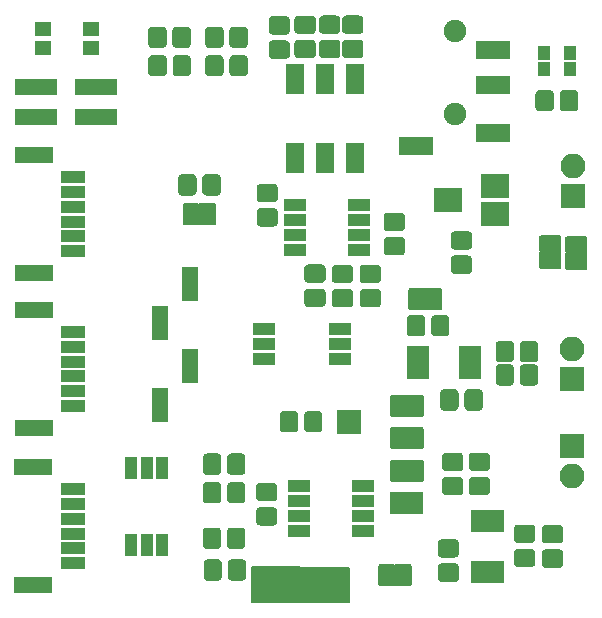
<source format=gbr>
G04 #@! TF.GenerationSoftware,KiCad,Pcbnew,(5.0.0)*
G04 #@! TF.CreationDate,2019-01-07T23:24:32-05:00*
G04 #@! TF.ProjectId,Audio_Breakout,417564696F5F427265616B6F75742E6B,rev?*
G04 #@! TF.SameCoordinates,Original*
G04 #@! TF.FileFunction,Soldermask,Top*
G04 #@! TF.FilePolarity,Negative*
%FSLAX46Y46*%
G04 Gerber Fmt 4.6, Leading zero omitted, Abs format (unit mm)*
G04 Created by KiCad (PCBNEW (5.0.0)) date 01/07/19 23:24:32*
%MOMM*%
%LPD*%
G01*
G04 APERTURE LIST*
%ADD10C,0.150000*%
%ADD11C,1.900000*%
%ADD12R,2.900000X1.600000*%
%ADD13C,0.100000*%
%ADD14C,1.550000*%
%ADD15R,3.200000X1.400000*%
%ADD16R,2.100000X1.000000*%
%ADD17R,3.550000X1.400000*%
%ADD18O,2.100000X2.100000*%
%ADD19R,2.100000X2.100000*%
%ADD20R,1.400000X2.910000*%
%ADD21C,0.300000*%
%ADD22R,1.000000X1.900000*%
%ADD23R,2.400000X2.000000*%
%ADD24R,1.900000X1.000000*%
%ADD25R,1.060000X1.300000*%
%ADD26R,1.950000X1.000000*%
%ADD27R,0.850000X1.850000*%
%ADD28R,1.850000X0.850000*%
%ADD29R,1.400000X1.300000*%
%ADD30R,1.520000X2.560000*%
G04 APERTURE END LIST*
D10*
G36*
X120982740Y-147068540D02*
X120919240Y-150020020D01*
X129192020Y-150083520D01*
X129171700Y-147154900D01*
X120982740Y-147068540D01*
G37*
X120982740Y-147068540D02*
X120919240Y-150020020D01*
X129192020Y-150083520D01*
X129171700Y-147154900D01*
X120982740Y-147068540D01*
D11*
G04 #@! TO.C,J4*
X138112500Y-108714500D03*
X138112500Y-101714500D03*
D12*
X141362500Y-103314500D03*
X141362500Y-106314500D03*
X141362500Y-110314500D03*
X134862500Y-111414500D03*
G04 #@! TD*
D13*
G04 #@! TO.C,C1*
G36*
X148239252Y-106709182D02*
X148271962Y-106714034D01*
X148304038Y-106722068D01*
X148335172Y-106733208D01*
X148365065Y-106747346D01*
X148393428Y-106764346D01*
X148419988Y-106784044D01*
X148444489Y-106806251D01*
X148466696Y-106830752D01*
X148486394Y-106857312D01*
X148503394Y-106885675D01*
X148517532Y-106915568D01*
X148528672Y-106946702D01*
X148536706Y-106978778D01*
X148541558Y-107011488D01*
X148543181Y-107044515D01*
X148543181Y-108170603D01*
X148541558Y-108203630D01*
X148536706Y-108236340D01*
X148528672Y-108268416D01*
X148517532Y-108299550D01*
X148503394Y-108329443D01*
X148486394Y-108357806D01*
X148466696Y-108384366D01*
X148444489Y-108408867D01*
X148419988Y-108431074D01*
X148393428Y-108450772D01*
X148365065Y-108467772D01*
X148335172Y-108481910D01*
X148304038Y-108493050D01*
X148271962Y-108501084D01*
X148239252Y-108505936D01*
X148206225Y-108507559D01*
X147330137Y-108507559D01*
X147297110Y-108505936D01*
X147264400Y-108501084D01*
X147232324Y-108493050D01*
X147201190Y-108481910D01*
X147171297Y-108467772D01*
X147142934Y-108450772D01*
X147116374Y-108431074D01*
X147091873Y-108408867D01*
X147069666Y-108384366D01*
X147049968Y-108357806D01*
X147032968Y-108329443D01*
X147018830Y-108299550D01*
X147007690Y-108268416D01*
X146999656Y-108236340D01*
X146994804Y-108203630D01*
X146993181Y-108170603D01*
X146993181Y-107044515D01*
X146994804Y-107011488D01*
X146999656Y-106978778D01*
X147007690Y-106946702D01*
X147018830Y-106915568D01*
X147032968Y-106885675D01*
X147049968Y-106857312D01*
X147069666Y-106830752D01*
X147091873Y-106806251D01*
X147116374Y-106784044D01*
X147142934Y-106764346D01*
X147171297Y-106747346D01*
X147201190Y-106733208D01*
X147232324Y-106722068D01*
X147264400Y-106714034D01*
X147297110Y-106709182D01*
X147330137Y-106707559D01*
X148206225Y-106707559D01*
X148239252Y-106709182D01*
X148239252Y-106709182D01*
G37*
D14*
X147768181Y-107607559D03*
D13*
G36*
X146189252Y-106709182D02*
X146221962Y-106714034D01*
X146254038Y-106722068D01*
X146285172Y-106733208D01*
X146315065Y-106747346D01*
X146343428Y-106764346D01*
X146369988Y-106784044D01*
X146394489Y-106806251D01*
X146416696Y-106830752D01*
X146436394Y-106857312D01*
X146453394Y-106885675D01*
X146467532Y-106915568D01*
X146478672Y-106946702D01*
X146486706Y-106978778D01*
X146491558Y-107011488D01*
X146493181Y-107044515D01*
X146493181Y-108170603D01*
X146491558Y-108203630D01*
X146486706Y-108236340D01*
X146478672Y-108268416D01*
X146467532Y-108299550D01*
X146453394Y-108329443D01*
X146436394Y-108357806D01*
X146416696Y-108384366D01*
X146394489Y-108408867D01*
X146369988Y-108431074D01*
X146343428Y-108450772D01*
X146315065Y-108467772D01*
X146285172Y-108481910D01*
X146254038Y-108493050D01*
X146221962Y-108501084D01*
X146189252Y-108505936D01*
X146156225Y-108507559D01*
X145280137Y-108507559D01*
X145247110Y-108505936D01*
X145214400Y-108501084D01*
X145182324Y-108493050D01*
X145151190Y-108481910D01*
X145121297Y-108467772D01*
X145092934Y-108450772D01*
X145066374Y-108431074D01*
X145041873Y-108408867D01*
X145019666Y-108384366D01*
X144999968Y-108357806D01*
X144982968Y-108329443D01*
X144968830Y-108299550D01*
X144957690Y-108268416D01*
X144949656Y-108236340D01*
X144944804Y-108203630D01*
X144943181Y-108170603D01*
X144943181Y-107044515D01*
X144944804Y-107011488D01*
X144949656Y-106978778D01*
X144957690Y-106946702D01*
X144968830Y-106915568D01*
X144982968Y-106885675D01*
X144999968Y-106857312D01*
X145019666Y-106830752D01*
X145041873Y-106806251D01*
X145066374Y-106784044D01*
X145092934Y-106764346D01*
X145121297Y-106747346D01*
X145151190Y-106733208D01*
X145182324Y-106722068D01*
X145214400Y-106714034D01*
X145247110Y-106709182D01*
X145280137Y-106707559D01*
X146156225Y-106707559D01*
X146189252Y-106709182D01*
X146189252Y-106709182D01*
G37*
D14*
X145718181Y-107607559D03*
G04 #@! TD*
D13*
G04 #@! TO.C,C2*
G36*
X139267371Y-118661123D02*
X139300081Y-118665975D01*
X139332157Y-118674009D01*
X139363291Y-118685149D01*
X139393184Y-118699287D01*
X139421547Y-118716287D01*
X139448107Y-118735985D01*
X139472608Y-118758192D01*
X139494815Y-118782693D01*
X139514513Y-118809253D01*
X139531513Y-118837616D01*
X139545651Y-118867509D01*
X139556791Y-118898643D01*
X139564825Y-118930719D01*
X139569677Y-118963429D01*
X139571300Y-118996456D01*
X139571300Y-119872544D01*
X139569677Y-119905571D01*
X139564825Y-119938281D01*
X139556791Y-119970357D01*
X139545651Y-120001491D01*
X139531513Y-120031384D01*
X139514513Y-120059747D01*
X139494815Y-120086307D01*
X139472608Y-120110808D01*
X139448107Y-120133015D01*
X139421547Y-120152713D01*
X139393184Y-120169713D01*
X139363291Y-120183851D01*
X139332157Y-120194991D01*
X139300081Y-120203025D01*
X139267371Y-120207877D01*
X139234344Y-120209500D01*
X138108256Y-120209500D01*
X138075229Y-120207877D01*
X138042519Y-120203025D01*
X138010443Y-120194991D01*
X137979309Y-120183851D01*
X137949416Y-120169713D01*
X137921053Y-120152713D01*
X137894493Y-120133015D01*
X137869992Y-120110808D01*
X137847785Y-120086307D01*
X137828087Y-120059747D01*
X137811087Y-120031384D01*
X137796949Y-120001491D01*
X137785809Y-119970357D01*
X137777775Y-119938281D01*
X137772923Y-119905571D01*
X137771300Y-119872544D01*
X137771300Y-118996456D01*
X137772923Y-118963429D01*
X137777775Y-118930719D01*
X137785809Y-118898643D01*
X137796949Y-118867509D01*
X137811087Y-118837616D01*
X137828087Y-118809253D01*
X137847785Y-118782693D01*
X137869992Y-118758192D01*
X137894493Y-118735985D01*
X137921053Y-118716287D01*
X137949416Y-118699287D01*
X137979309Y-118685149D01*
X138010443Y-118674009D01*
X138042519Y-118665975D01*
X138075229Y-118661123D01*
X138108256Y-118659500D01*
X139234344Y-118659500D01*
X139267371Y-118661123D01*
X139267371Y-118661123D01*
G37*
D14*
X138671300Y-119434500D03*
D13*
G36*
X139267371Y-120711123D02*
X139300081Y-120715975D01*
X139332157Y-120724009D01*
X139363291Y-120735149D01*
X139393184Y-120749287D01*
X139421547Y-120766287D01*
X139448107Y-120785985D01*
X139472608Y-120808192D01*
X139494815Y-120832693D01*
X139514513Y-120859253D01*
X139531513Y-120887616D01*
X139545651Y-120917509D01*
X139556791Y-120948643D01*
X139564825Y-120980719D01*
X139569677Y-121013429D01*
X139571300Y-121046456D01*
X139571300Y-121922544D01*
X139569677Y-121955571D01*
X139564825Y-121988281D01*
X139556791Y-122020357D01*
X139545651Y-122051491D01*
X139531513Y-122081384D01*
X139514513Y-122109747D01*
X139494815Y-122136307D01*
X139472608Y-122160808D01*
X139448107Y-122183015D01*
X139421547Y-122202713D01*
X139393184Y-122219713D01*
X139363291Y-122233851D01*
X139332157Y-122244991D01*
X139300081Y-122253025D01*
X139267371Y-122257877D01*
X139234344Y-122259500D01*
X138108256Y-122259500D01*
X138075229Y-122257877D01*
X138042519Y-122253025D01*
X138010443Y-122244991D01*
X137979309Y-122233851D01*
X137949416Y-122219713D01*
X137921053Y-122202713D01*
X137894493Y-122183015D01*
X137869992Y-122160808D01*
X137847785Y-122136307D01*
X137828087Y-122109747D01*
X137811087Y-122081384D01*
X137796949Y-122051491D01*
X137785809Y-122020357D01*
X137777775Y-121988281D01*
X137772923Y-121955571D01*
X137771300Y-121922544D01*
X137771300Y-121046456D01*
X137772923Y-121013429D01*
X137777775Y-120980719D01*
X137785809Y-120948643D01*
X137796949Y-120917509D01*
X137811087Y-120887616D01*
X137828087Y-120859253D01*
X137847785Y-120832693D01*
X137869992Y-120808192D01*
X137894493Y-120785985D01*
X137921053Y-120766287D01*
X137949416Y-120749287D01*
X137979309Y-120735149D01*
X138010443Y-120724009D01*
X138042519Y-120715975D01*
X138075229Y-120711123D01*
X138108256Y-120709500D01*
X139234344Y-120709500D01*
X139267371Y-120711123D01*
X139267371Y-120711123D01*
G37*
D14*
X138671300Y-121484500D03*
G04 #@! TD*
D13*
G04 #@! TO.C,C3*
G36*
X138124991Y-132045223D02*
X138157701Y-132050075D01*
X138189777Y-132058109D01*
X138220911Y-132069249D01*
X138250804Y-132083387D01*
X138279167Y-132100387D01*
X138305727Y-132120085D01*
X138330228Y-132142292D01*
X138352435Y-132166793D01*
X138372133Y-132193353D01*
X138389133Y-132221716D01*
X138403271Y-132251609D01*
X138414411Y-132282743D01*
X138422445Y-132314819D01*
X138427297Y-132347529D01*
X138428920Y-132380556D01*
X138428920Y-133506644D01*
X138427297Y-133539671D01*
X138422445Y-133572381D01*
X138414411Y-133604457D01*
X138403271Y-133635591D01*
X138389133Y-133665484D01*
X138372133Y-133693847D01*
X138352435Y-133720407D01*
X138330228Y-133744908D01*
X138305727Y-133767115D01*
X138279167Y-133786813D01*
X138250804Y-133803813D01*
X138220911Y-133817951D01*
X138189777Y-133829091D01*
X138157701Y-133837125D01*
X138124991Y-133841977D01*
X138091964Y-133843600D01*
X137215876Y-133843600D01*
X137182849Y-133841977D01*
X137150139Y-133837125D01*
X137118063Y-133829091D01*
X137086929Y-133817951D01*
X137057036Y-133803813D01*
X137028673Y-133786813D01*
X137002113Y-133767115D01*
X136977612Y-133744908D01*
X136955405Y-133720407D01*
X136935707Y-133693847D01*
X136918707Y-133665484D01*
X136904569Y-133635591D01*
X136893429Y-133604457D01*
X136885395Y-133572381D01*
X136880543Y-133539671D01*
X136878920Y-133506644D01*
X136878920Y-132380556D01*
X136880543Y-132347529D01*
X136885395Y-132314819D01*
X136893429Y-132282743D01*
X136904569Y-132251609D01*
X136918707Y-132221716D01*
X136935707Y-132193353D01*
X136955405Y-132166793D01*
X136977612Y-132142292D01*
X137002113Y-132120085D01*
X137028673Y-132100387D01*
X137057036Y-132083387D01*
X137086929Y-132069249D01*
X137118063Y-132058109D01*
X137150139Y-132050075D01*
X137182849Y-132045223D01*
X137215876Y-132043600D01*
X138091964Y-132043600D01*
X138124991Y-132045223D01*
X138124991Y-132045223D01*
G37*
D14*
X137653920Y-132943600D03*
D13*
G36*
X140174991Y-132045223D02*
X140207701Y-132050075D01*
X140239777Y-132058109D01*
X140270911Y-132069249D01*
X140300804Y-132083387D01*
X140329167Y-132100387D01*
X140355727Y-132120085D01*
X140380228Y-132142292D01*
X140402435Y-132166793D01*
X140422133Y-132193353D01*
X140439133Y-132221716D01*
X140453271Y-132251609D01*
X140464411Y-132282743D01*
X140472445Y-132314819D01*
X140477297Y-132347529D01*
X140478920Y-132380556D01*
X140478920Y-133506644D01*
X140477297Y-133539671D01*
X140472445Y-133572381D01*
X140464411Y-133604457D01*
X140453271Y-133635591D01*
X140439133Y-133665484D01*
X140422133Y-133693847D01*
X140402435Y-133720407D01*
X140380228Y-133744908D01*
X140355727Y-133767115D01*
X140329167Y-133786813D01*
X140300804Y-133803813D01*
X140270911Y-133817951D01*
X140239777Y-133829091D01*
X140207701Y-133837125D01*
X140174991Y-133841977D01*
X140141964Y-133843600D01*
X139265876Y-133843600D01*
X139232849Y-133841977D01*
X139200139Y-133837125D01*
X139168063Y-133829091D01*
X139136929Y-133817951D01*
X139107036Y-133803813D01*
X139078673Y-133786813D01*
X139052113Y-133767115D01*
X139027612Y-133744908D01*
X139005405Y-133720407D01*
X138985707Y-133693847D01*
X138968707Y-133665484D01*
X138954569Y-133635591D01*
X138943429Y-133604457D01*
X138935395Y-133572381D01*
X138930543Y-133539671D01*
X138928920Y-133506644D01*
X138928920Y-132380556D01*
X138930543Y-132347529D01*
X138935395Y-132314819D01*
X138943429Y-132282743D01*
X138954569Y-132251609D01*
X138968707Y-132221716D01*
X138985707Y-132193353D01*
X139005405Y-132166793D01*
X139027612Y-132142292D01*
X139052113Y-132120085D01*
X139078673Y-132100387D01*
X139107036Y-132083387D01*
X139136929Y-132069249D01*
X139168063Y-132058109D01*
X139200139Y-132050075D01*
X139232849Y-132045223D01*
X139265876Y-132043600D01*
X140141964Y-132043600D01*
X140174991Y-132045223D01*
X140174991Y-132045223D01*
G37*
D14*
X139703920Y-132943600D03*
G04 #@! TD*
D13*
G04 #@! TO.C,C4*
G36*
X146991511Y-143546663D02*
X147024221Y-143551515D01*
X147056297Y-143559549D01*
X147087431Y-143570689D01*
X147117324Y-143584827D01*
X147145687Y-143601827D01*
X147172247Y-143621525D01*
X147196748Y-143643732D01*
X147218955Y-143668233D01*
X147238653Y-143694793D01*
X147255653Y-143723156D01*
X147269791Y-143753049D01*
X147280931Y-143784183D01*
X147288965Y-143816259D01*
X147293817Y-143848969D01*
X147295440Y-143881996D01*
X147295440Y-144758084D01*
X147293817Y-144791111D01*
X147288965Y-144823821D01*
X147280931Y-144855897D01*
X147269791Y-144887031D01*
X147255653Y-144916924D01*
X147238653Y-144945287D01*
X147218955Y-144971847D01*
X147196748Y-144996348D01*
X147172247Y-145018555D01*
X147145687Y-145038253D01*
X147117324Y-145055253D01*
X147087431Y-145069391D01*
X147056297Y-145080531D01*
X147024221Y-145088565D01*
X146991511Y-145093417D01*
X146958484Y-145095040D01*
X145832396Y-145095040D01*
X145799369Y-145093417D01*
X145766659Y-145088565D01*
X145734583Y-145080531D01*
X145703449Y-145069391D01*
X145673556Y-145055253D01*
X145645193Y-145038253D01*
X145618633Y-145018555D01*
X145594132Y-144996348D01*
X145571925Y-144971847D01*
X145552227Y-144945287D01*
X145535227Y-144916924D01*
X145521089Y-144887031D01*
X145509949Y-144855897D01*
X145501915Y-144823821D01*
X145497063Y-144791111D01*
X145495440Y-144758084D01*
X145495440Y-143881996D01*
X145497063Y-143848969D01*
X145501915Y-143816259D01*
X145509949Y-143784183D01*
X145521089Y-143753049D01*
X145535227Y-143723156D01*
X145552227Y-143694793D01*
X145571925Y-143668233D01*
X145594132Y-143643732D01*
X145618633Y-143621525D01*
X145645193Y-143601827D01*
X145673556Y-143584827D01*
X145703449Y-143570689D01*
X145734583Y-143559549D01*
X145766659Y-143551515D01*
X145799369Y-143546663D01*
X145832396Y-143545040D01*
X146958484Y-143545040D01*
X146991511Y-143546663D01*
X146991511Y-143546663D01*
G37*
D14*
X146395440Y-144320040D03*
D13*
G36*
X146991511Y-145596663D02*
X147024221Y-145601515D01*
X147056297Y-145609549D01*
X147087431Y-145620689D01*
X147117324Y-145634827D01*
X147145687Y-145651827D01*
X147172247Y-145671525D01*
X147196748Y-145693732D01*
X147218955Y-145718233D01*
X147238653Y-145744793D01*
X147255653Y-145773156D01*
X147269791Y-145803049D01*
X147280931Y-145834183D01*
X147288965Y-145866259D01*
X147293817Y-145898969D01*
X147295440Y-145931996D01*
X147295440Y-146808084D01*
X147293817Y-146841111D01*
X147288965Y-146873821D01*
X147280931Y-146905897D01*
X147269791Y-146937031D01*
X147255653Y-146966924D01*
X147238653Y-146995287D01*
X147218955Y-147021847D01*
X147196748Y-147046348D01*
X147172247Y-147068555D01*
X147145687Y-147088253D01*
X147117324Y-147105253D01*
X147087431Y-147119391D01*
X147056297Y-147130531D01*
X147024221Y-147138565D01*
X146991511Y-147143417D01*
X146958484Y-147145040D01*
X145832396Y-147145040D01*
X145799369Y-147143417D01*
X145766659Y-147138565D01*
X145734583Y-147130531D01*
X145703449Y-147119391D01*
X145673556Y-147105253D01*
X145645193Y-147088253D01*
X145618633Y-147068555D01*
X145594132Y-147046348D01*
X145571925Y-147021847D01*
X145552227Y-146995287D01*
X145535227Y-146966924D01*
X145521089Y-146937031D01*
X145509949Y-146905897D01*
X145501915Y-146873821D01*
X145497063Y-146841111D01*
X145495440Y-146808084D01*
X145495440Y-145931996D01*
X145497063Y-145898969D01*
X145501915Y-145866259D01*
X145509949Y-145834183D01*
X145521089Y-145803049D01*
X145535227Y-145773156D01*
X145552227Y-145744793D01*
X145571925Y-145718233D01*
X145594132Y-145693732D01*
X145618633Y-145671525D01*
X145645193Y-145651827D01*
X145673556Y-145634827D01*
X145703449Y-145620689D01*
X145734583Y-145609549D01*
X145766659Y-145601515D01*
X145799369Y-145596663D01*
X145832396Y-145595040D01*
X146958484Y-145595040D01*
X146991511Y-145596663D01*
X146991511Y-145596663D01*
G37*
D14*
X146395440Y-146370040D03*
G04 #@! TD*
D13*
G04 #@! TO.C,C5*
G36*
X144619151Y-143494703D02*
X144651861Y-143499555D01*
X144683937Y-143507589D01*
X144715071Y-143518729D01*
X144744964Y-143532867D01*
X144773327Y-143549867D01*
X144799887Y-143569565D01*
X144824388Y-143591772D01*
X144846595Y-143616273D01*
X144866293Y-143642833D01*
X144883293Y-143671196D01*
X144897431Y-143701089D01*
X144908571Y-143732223D01*
X144916605Y-143764299D01*
X144921457Y-143797009D01*
X144923080Y-143830036D01*
X144923080Y-144706124D01*
X144921457Y-144739151D01*
X144916605Y-144771861D01*
X144908571Y-144803937D01*
X144897431Y-144835071D01*
X144883293Y-144864964D01*
X144866293Y-144893327D01*
X144846595Y-144919887D01*
X144824388Y-144944388D01*
X144799887Y-144966595D01*
X144773327Y-144986293D01*
X144744964Y-145003293D01*
X144715071Y-145017431D01*
X144683937Y-145028571D01*
X144651861Y-145036605D01*
X144619151Y-145041457D01*
X144586124Y-145043080D01*
X143460036Y-145043080D01*
X143427009Y-145041457D01*
X143394299Y-145036605D01*
X143362223Y-145028571D01*
X143331089Y-145017431D01*
X143301196Y-145003293D01*
X143272833Y-144986293D01*
X143246273Y-144966595D01*
X143221772Y-144944388D01*
X143199565Y-144919887D01*
X143179867Y-144893327D01*
X143162867Y-144864964D01*
X143148729Y-144835071D01*
X143137589Y-144803937D01*
X143129555Y-144771861D01*
X143124703Y-144739151D01*
X143123080Y-144706124D01*
X143123080Y-143830036D01*
X143124703Y-143797009D01*
X143129555Y-143764299D01*
X143137589Y-143732223D01*
X143148729Y-143701089D01*
X143162867Y-143671196D01*
X143179867Y-143642833D01*
X143199565Y-143616273D01*
X143221772Y-143591772D01*
X143246273Y-143569565D01*
X143272833Y-143549867D01*
X143301196Y-143532867D01*
X143331089Y-143518729D01*
X143362223Y-143507589D01*
X143394299Y-143499555D01*
X143427009Y-143494703D01*
X143460036Y-143493080D01*
X144586124Y-143493080D01*
X144619151Y-143494703D01*
X144619151Y-143494703D01*
G37*
D14*
X144023080Y-144268080D03*
D13*
G36*
X144619151Y-145544703D02*
X144651861Y-145549555D01*
X144683937Y-145557589D01*
X144715071Y-145568729D01*
X144744964Y-145582867D01*
X144773327Y-145599867D01*
X144799887Y-145619565D01*
X144824388Y-145641772D01*
X144846595Y-145666273D01*
X144866293Y-145692833D01*
X144883293Y-145721196D01*
X144897431Y-145751089D01*
X144908571Y-145782223D01*
X144916605Y-145814299D01*
X144921457Y-145847009D01*
X144923080Y-145880036D01*
X144923080Y-146756124D01*
X144921457Y-146789151D01*
X144916605Y-146821861D01*
X144908571Y-146853937D01*
X144897431Y-146885071D01*
X144883293Y-146914964D01*
X144866293Y-146943327D01*
X144846595Y-146969887D01*
X144824388Y-146994388D01*
X144799887Y-147016595D01*
X144773327Y-147036293D01*
X144744964Y-147053293D01*
X144715071Y-147067431D01*
X144683937Y-147078571D01*
X144651861Y-147086605D01*
X144619151Y-147091457D01*
X144586124Y-147093080D01*
X143460036Y-147093080D01*
X143427009Y-147091457D01*
X143394299Y-147086605D01*
X143362223Y-147078571D01*
X143331089Y-147067431D01*
X143301196Y-147053293D01*
X143272833Y-147036293D01*
X143246273Y-147016595D01*
X143221772Y-146994388D01*
X143199565Y-146969887D01*
X143179867Y-146943327D01*
X143162867Y-146914964D01*
X143148729Y-146885071D01*
X143137589Y-146853937D01*
X143129555Y-146821861D01*
X143124703Y-146789151D01*
X143123080Y-146756124D01*
X143123080Y-145880036D01*
X143124703Y-145847009D01*
X143129555Y-145814299D01*
X143137589Y-145782223D01*
X143148729Y-145751089D01*
X143162867Y-145721196D01*
X143179867Y-145692833D01*
X143199565Y-145666273D01*
X143221772Y-145641772D01*
X143246273Y-145619565D01*
X143272833Y-145599867D01*
X143301196Y-145582867D01*
X143331089Y-145568729D01*
X143362223Y-145557589D01*
X143394299Y-145549555D01*
X143427009Y-145544703D01*
X143460036Y-145543080D01*
X144586124Y-145543080D01*
X144619151Y-145544703D01*
X144619151Y-145544703D01*
G37*
D14*
X144023080Y-146318080D03*
G04 #@! TD*
D13*
G04 #@! TO.C,D1*
G36*
X115465871Y-103749623D02*
X115498581Y-103754475D01*
X115530657Y-103762509D01*
X115561791Y-103773649D01*
X115591684Y-103787787D01*
X115620047Y-103804787D01*
X115646607Y-103824485D01*
X115671108Y-103846692D01*
X115693315Y-103871193D01*
X115713013Y-103897753D01*
X115730013Y-103926116D01*
X115744151Y-103956009D01*
X115755291Y-103987143D01*
X115763325Y-104019219D01*
X115768177Y-104051929D01*
X115769800Y-104084956D01*
X115769800Y-105211044D01*
X115768177Y-105244071D01*
X115763325Y-105276781D01*
X115755291Y-105308857D01*
X115744151Y-105339991D01*
X115730013Y-105369884D01*
X115713013Y-105398247D01*
X115693315Y-105424807D01*
X115671108Y-105449308D01*
X115646607Y-105471515D01*
X115620047Y-105491213D01*
X115591684Y-105508213D01*
X115561791Y-105522351D01*
X115530657Y-105533491D01*
X115498581Y-105541525D01*
X115465871Y-105546377D01*
X115432844Y-105548000D01*
X114556756Y-105548000D01*
X114523729Y-105546377D01*
X114491019Y-105541525D01*
X114458943Y-105533491D01*
X114427809Y-105522351D01*
X114397916Y-105508213D01*
X114369553Y-105491213D01*
X114342993Y-105471515D01*
X114318492Y-105449308D01*
X114296285Y-105424807D01*
X114276587Y-105398247D01*
X114259587Y-105369884D01*
X114245449Y-105339991D01*
X114234309Y-105308857D01*
X114226275Y-105276781D01*
X114221423Y-105244071D01*
X114219800Y-105211044D01*
X114219800Y-104084956D01*
X114221423Y-104051929D01*
X114226275Y-104019219D01*
X114234309Y-103987143D01*
X114245449Y-103956009D01*
X114259587Y-103926116D01*
X114276587Y-103897753D01*
X114296285Y-103871193D01*
X114318492Y-103846692D01*
X114342993Y-103824485D01*
X114369553Y-103804787D01*
X114397916Y-103787787D01*
X114427809Y-103773649D01*
X114458943Y-103762509D01*
X114491019Y-103754475D01*
X114523729Y-103749623D01*
X114556756Y-103748000D01*
X115432844Y-103748000D01*
X115465871Y-103749623D01*
X115465871Y-103749623D01*
G37*
D14*
X114994800Y-104648000D03*
D13*
G36*
X113415871Y-103749623D02*
X113448581Y-103754475D01*
X113480657Y-103762509D01*
X113511791Y-103773649D01*
X113541684Y-103787787D01*
X113570047Y-103804787D01*
X113596607Y-103824485D01*
X113621108Y-103846692D01*
X113643315Y-103871193D01*
X113663013Y-103897753D01*
X113680013Y-103926116D01*
X113694151Y-103956009D01*
X113705291Y-103987143D01*
X113713325Y-104019219D01*
X113718177Y-104051929D01*
X113719800Y-104084956D01*
X113719800Y-105211044D01*
X113718177Y-105244071D01*
X113713325Y-105276781D01*
X113705291Y-105308857D01*
X113694151Y-105339991D01*
X113680013Y-105369884D01*
X113663013Y-105398247D01*
X113643315Y-105424807D01*
X113621108Y-105449308D01*
X113596607Y-105471515D01*
X113570047Y-105491213D01*
X113541684Y-105508213D01*
X113511791Y-105522351D01*
X113480657Y-105533491D01*
X113448581Y-105541525D01*
X113415871Y-105546377D01*
X113382844Y-105548000D01*
X112506756Y-105548000D01*
X112473729Y-105546377D01*
X112441019Y-105541525D01*
X112408943Y-105533491D01*
X112377809Y-105522351D01*
X112347916Y-105508213D01*
X112319553Y-105491213D01*
X112292993Y-105471515D01*
X112268492Y-105449308D01*
X112246285Y-105424807D01*
X112226587Y-105398247D01*
X112209587Y-105369884D01*
X112195449Y-105339991D01*
X112184309Y-105308857D01*
X112176275Y-105276781D01*
X112171423Y-105244071D01*
X112169800Y-105211044D01*
X112169800Y-104084956D01*
X112171423Y-104051929D01*
X112176275Y-104019219D01*
X112184309Y-103987143D01*
X112195449Y-103956009D01*
X112209587Y-103926116D01*
X112226587Y-103897753D01*
X112246285Y-103871193D01*
X112268492Y-103846692D01*
X112292993Y-103824485D01*
X112319553Y-103804787D01*
X112347916Y-103787787D01*
X112377809Y-103773649D01*
X112408943Y-103762509D01*
X112441019Y-103754475D01*
X112473729Y-103749623D01*
X112506756Y-103748000D01*
X113382844Y-103748000D01*
X113415871Y-103749623D01*
X113415871Y-103749623D01*
G37*
D14*
X112944800Y-104648000D03*
G04 #@! TD*
D13*
G04 #@! TO.C,D2*
G36*
X115456871Y-101336623D02*
X115489581Y-101341475D01*
X115521657Y-101349509D01*
X115552791Y-101360649D01*
X115582684Y-101374787D01*
X115611047Y-101391787D01*
X115637607Y-101411485D01*
X115662108Y-101433692D01*
X115684315Y-101458193D01*
X115704013Y-101484753D01*
X115721013Y-101513116D01*
X115735151Y-101543009D01*
X115746291Y-101574143D01*
X115754325Y-101606219D01*
X115759177Y-101638929D01*
X115760800Y-101671956D01*
X115760800Y-102798044D01*
X115759177Y-102831071D01*
X115754325Y-102863781D01*
X115746291Y-102895857D01*
X115735151Y-102926991D01*
X115721013Y-102956884D01*
X115704013Y-102985247D01*
X115684315Y-103011807D01*
X115662108Y-103036308D01*
X115637607Y-103058515D01*
X115611047Y-103078213D01*
X115582684Y-103095213D01*
X115552791Y-103109351D01*
X115521657Y-103120491D01*
X115489581Y-103128525D01*
X115456871Y-103133377D01*
X115423844Y-103135000D01*
X114547756Y-103135000D01*
X114514729Y-103133377D01*
X114482019Y-103128525D01*
X114449943Y-103120491D01*
X114418809Y-103109351D01*
X114388916Y-103095213D01*
X114360553Y-103078213D01*
X114333993Y-103058515D01*
X114309492Y-103036308D01*
X114287285Y-103011807D01*
X114267587Y-102985247D01*
X114250587Y-102956884D01*
X114236449Y-102926991D01*
X114225309Y-102895857D01*
X114217275Y-102863781D01*
X114212423Y-102831071D01*
X114210800Y-102798044D01*
X114210800Y-101671956D01*
X114212423Y-101638929D01*
X114217275Y-101606219D01*
X114225309Y-101574143D01*
X114236449Y-101543009D01*
X114250587Y-101513116D01*
X114267587Y-101484753D01*
X114287285Y-101458193D01*
X114309492Y-101433692D01*
X114333993Y-101411485D01*
X114360553Y-101391787D01*
X114388916Y-101374787D01*
X114418809Y-101360649D01*
X114449943Y-101349509D01*
X114482019Y-101341475D01*
X114514729Y-101336623D01*
X114547756Y-101335000D01*
X115423844Y-101335000D01*
X115456871Y-101336623D01*
X115456871Y-101336623D01*
G37*
D14*
X114985800Y-102235000D03*
D13*
G36*
X113406871Y-101336623D02*
X113439581Y-101341475D01*
X113471657Y-101349509D01*
X113502791Y-101360649D01*
X113532684Y-101374787D01*
X113561047Y-101391787D01*
X113587607Y-101411485D01*
X113612108Y-101433692D01*
X113634315Y-101458193D01*
X113654013Y-101484753D01*
X113671013Y-101513116D01*
X113685151Y-101543009D01*
X113696291Y-101574143D01*
X113704325Y-101606219D01*
X113709177Y-101638929D01*
X113710800Y-101671956D01*
X113710800Y-102798044D01*
X113709177Y-102831071D01*
X113704325Y-102863781D01*
X113696291Y-102895857D01*
X113685151Y-102926991D01*
X113671013Y-102956884D01*
X113654013Y-102985247D01*
X113634315Y-103011807D01*
X113612108Y-103036308D01*
X113587607Y-103058515D01*
X113561047Y-103078213D01*
X113532684Y-103095213D01*
X113502791Y-103109351D01*
X113471657Y-103120491D01*
X113439581Y-103128525D01*
X113406871Y-103133377D01*
X113373844Y-103135000D01*
X112497756Y-103135000D01*
X112464729Y-103133377D01*
X112432019Y-103128525D01*
X112399943Y-103120491D01*
X112368809Y-103109351D01*
X112338916Y-103095213D01*
X112310553Y-103078213D01*
X112283993Y-103058515D01*
X112259492Y-103036308D01*
X112237285Y-103011807D01*
X112217587Y-102985247D01*
X112200587Y-102956884D01*
X112186449Y-102926991D01*
X112175309Y-102895857D01*
X112167275Y-102863781D01*
X112162423Y-102831071D01*
X112160800Y-102798044D01*
X112160800Y-101671956D01*
X112162423Y-101638929D01*
X112167275Y-101606219D01*
X112175309Y-101574143D01*
X112186449Y-101543009D01*
X112200587Y-101513116D01*
X112217587Y-101484753D01*
X112237285Y-101458193D01*
X112259492Y-101433692D01*
X112283993Y-101411485D01*
X112310553Y-101391787D01*
X112338916Y-101374787D01*
X112368809Y-101360649D01*
X112399943Y-101349509D01*
X112432019Y-101341475D01*
X112464729Y-101336623D01*
X112497756Y-101335000D01*
X113373844Y-101335000D01*
X113406871Y-101336623D01*
X113406871Y-101336623D01*
G37*
D14*
X112935800Y-102235000D03*
G04 #@! TD*
D15*
G04 #@! TO.C,J1*
X102447900Y-125344780D03*
X102447900Y-135294780D03*
D16*
X105797900Y-127194780D03*
X105797900Y-128444780D03*
X105797900Y-129694780D03*
X105797900Y-130944780D03*
X105797900Y-132194780D03*
X105797900Y-133444780D03*
G04 #@! TD*
D15*
G04 #@! TO.C,J2*
X102422500Y-138654380D03*
X102422500Y-148604380D03*
D16*
X105772500Y-140504380D03*
X105772500Y-141754380D03*
X105772500Y-143004380D03*
X105772500Y-144254380D03*
X105772500Y-145504380D03*
X105772500Y-146754380D03*
G04 #@! TD*
D15*
G04 #@! TO.C,J3*
X102447900Y-112238380D03*
X102447900Y-122188380D03*
D16*
X105797900Y-114088380D03*
X105797900Y-115338380D03*
X105797900Y-116588380D03*
X105797900Y-117838380D03*
X105797900Y-119088380D03*
X105797900Y-120338380D03*
G04 #@! TD*
D17*
G04 #@! TO.C,J5*
X102671880Y-106446320D03*
X107721880Y-106446320D03*
X102671880Y-108986320D03*
X107721880Y-108986320D03*
G04 #@! TD*
D18*
G04 #@! TO.C,J6*
X148082000Y-113157000D03*
D19*
X148082000Y-115697000D03*
G04 #@! TD*
D18*
G04 #@! TO.C,J7*
X148069300Y-128612900D03*
D19*
X148069300Y-131152900D03*
G04 #@! TD*
D18*
G04 #@! TO.C,J8*
X148061680Y-139354560D03*
D19*
X148061680Y-136814560D03*
G04 #@! TD*
G04 #@! TO.C,J9*
X129171700Y-134835900D03*
G04 #@! TD*
D20*
G04 #@! TO.C,JP1*
X115656360Y-123119960D03*
X113116360Y-126429960D03*
G04 #@! TD*
G04 #@! TO.C,JP2*
X113116360Y-133338760D03*
X115656360Y-130028760D03*
G04 #@! TD*
D21*
G04 #@! TO.C,JP3*
X146189700Y-119708000D03*
D13*
G36*
X147135857Y-120247018D02*
X147124476Y-120284537D01*
X147105994Y-120319114D01*
X147081121Y-120349421D01*
X147050640Y-120374410D01*
X146300640Y-120874410D01*
X146266043Y-120892856D01*
X146228513Y-120904198D01*
X146189491Y-120908000D01*
X146150477Y-120904116D01*
X146112970Y-120892696D01*
X146078760Y-120874410D01*
X145328760Y-120374410D01*
X145298427Y-120349569D01*
X145273522Y-120319288D01*
X145255004Y-120284730D01*
X145243584Y-120247223D01*
X145239700Y-120208000D01*
X145239700Y-119208000D01*
X145243543Y-119168982D01*
X145254924Y-119131463D01*
X145273406Y-119096886D01*
X145298279Y-119066579D01*
X145328586Y-119041706D01*
X145363163Y-119023224D01*
X145400682Y-119011843D01*
X145439700Y-119008000D01*
X146939700Y-119008000D01*
X146978718Y-119011843D01*
X147016237Y-119023224D01*
X147050814Y-119041706D01*
X147081121Y-119066579D01*
X147105994Y-119096886D01*
X147124476Y-119131463D01*
X147135857Y-119168982D01*
X147139700Y-119208000D01*
X147139700Y-120208000D01*
X147135857Y-120247018D01*
X147135857Y-120247018D01*
G37*
D21*
X146189700Y-121158000D03*
D13*
G36*
X147135857Y-121697018D02*
X147124476Y-121734537D01*
X147105994Y-121769114D01*
X147081121Y-121799421D01*
X147050814Y-121824294D01*
X147016237Y-121842776D01*
X146978718Y-121854157D01*
X146939700Y-121858000D01*
X145439700Y-121858000D01*
X145400682Y-121854157D01*
X145363163Y-121842776D01*
X145328586Y-121824294D01*
X145298279Y-121799421D01*
X145273406Y-121769114D01*
X145254924Y-121734537D01*
X145243543Y-121697018D01*
X145239700Y-121658000D01*
X145239700Y-120508000D01*
X145243543Y-120468982D01*
X145254924Y-120431463D01*
X145273406Y-120396886D01*
X145298279Y-120366579D01*
X145328586Y-120341706D01*
X145363163Y-120323224D01*
X145400682Y-120311843D01*
X145439700Y-120308000D01*
X145478718Y-120311843D01*
X145516237Y-120323224D01*
X145550640Y-120341590D01*
X146189700Y-120767630D01*
X146828760Y-120341590D01*
X146863357Y-120323144D01*
X146900887Y-120311802D01*
X146939909Y-120308000D01*
X146978923Y-120311884D01*
X147016430Y-120323304D01*
X147050988Y-120341822D01*
X147081269Y-120366727D01*
X147106110Y-120397060D01*
X147124556Y-120431657D01*
X147135898Y-120469187D01*
X147139700Y-120508000D01*
X147139700Y-121658000D01*
X147135857Y-121697018D01*
X147135857Y-121697018D01*
G37*
G04 #@! TD*
D21*
G04 #@! TO.C,JP4*
X148396648Y-119798000D03*
D13*
G36*
X149342805Y-120337018D02*
X149331424Y-120374537D01*
X149312942Y-120409114D01*
X149288069Y-120439421D01*
X149257588Y-120464410D01*
X148507588Y-120964410D01*
X148472991Y-120982856D01*
X148435461Y-120994198D01*
X148396439Y-120998000D01*
X148357425Y-120994116D01*
X148319918Y-120982696D01*
X148285708Y-120964410D01*
X147535708Y-120464410D01*
X147505375Y-120439569D01*
X147480470Y-120409288D01*
X147461952Y-120374730D01*
X147450532Y-120337223D01*
X147446648Y-120298000D01*
X147446648Y-119298000D01*
X147450491Y-119258982D01*
X147461872Y-119221463D01*
X147480354Y-119186886D01*
X147505227Y-119156579D01*
X147535534Y-119131706D01*
X147570111Y-119113224D01*
X147607630Y-119101843D01*
X147646648Y-119098000D01*
X149146648Y-119098000D01*
X149185666Y-119101843D01*
X149223185Y-119113224D01*
X149257762Y-119131706D01*
X149288069Y-119156579D01*
X149312942Y-119186886D01*
X149331424Y-119221463D01*
X149342805Y-119258982D01*
X149346648Y-119298000D01*
X149346648Y-120298000D01*
X149342805Y-120337018D01*
X149342805Y-120337018D01*
G37*
D21*
X148396648Y-121248000D03*
D13*
G36*
X149342805Y-121787018D02*
X149331424Y-121824537D01*
X149312942Y-121859114D01*
X149288069Y-121889421D01*
X149257762Y-121914294D01*
X149223185Y-121932776D01*
X149185666Y-121944157D01*
X149146648Y-121948000D01*
X147646648Y-121948000D01*
X147607630Y-121944157D01*
X147570111Y-121932776D01*
X147535534Y-121914294D01*
X147505227Y-121889421D01*
X147480354Y-121859114D01*
X147461872Y-121824537D01*
X147450491Y-121787018D01*
X147446648Y-121748000D01*
X147446648Y-120598000D01*
X147450491Y-120558982D01*
X147461872Y-120521463D01*
X147480354Y-120486886D01*
X147505227Y-120456579D01*
X147535534Y-120431706D01*
X147570111Y-120413224D01*
X147607630Y-120401843D01*
X147646648Y-120398000D01*
X147685666Y-120401843D01*
X147723185Y-120413224D01*
X147757588Y-120431590D01*
X148396648Y-120857630D01*
X149035708Y-120431590D01*
X149070305Y-120413144D01*
X149107835Y-120401802D01*
X149146857Y-120398000D01*
X149185871Y-120401884D01*
X149223378Y-120413304D01*
X149257936Y-120431822D01*
X149288217Y-120456727D01*
X149313058Y-120487060D01*
X149331504Y-120521657D01*
X149342846Y-120559187D01*
X149346648Y-120598000D01*
X149346648Y-121748000D01*
X149342805Y-121787018D01*
X149342805Y-121787018D01*
G37*
G04 #@! TD*
D21*
G04 #@! TO.C,JP6*
X136336700Y-124396500D03*
D13*
G36*
X135797682Y-125342657D02*
X135760163Y-125331276D01*
X135725586Y-125312794D01*
X135695279Y-125287921D01*
X135670290Y-125257440D01*
X135170290Y-124507440D01*
X135151844Y-124472843D01*
X135140502Y-124435313D01*
X135136700Y-124396291D01*
X135140584Y-124357277D01*
X135152004Y-124319770D01*
X135170290Y-124285560D01*
X135670290Y-123535560D01*
X135695131Y-123505227D01*
X135725412Y-123480322D01*
X135759970Y-123461804D01*
X135797477Y-123450384D01*
X135836700Y-123446500D01*
X136836700Y-123446500D01*
X136875718Y-123450343D01*
X136913237Y-123461724D01*
X136947814Y-123480206D01*
X136978121Y-123505079D01*
X137002994Y-123535386D01*
X137021476Y-123569963D01*
X137032857Y-123607482D01*
X137036700Y-123646500D01*
X137036700Y-125146500D01*
X137032857Y-125185518D01*
X137021476Y-125223037D01*
X137002994Y-125257614D01*
X136978121Y-125287921D01*
X136947814Y-125312794D01*
X136913237Y-125331276D01*
X136875718Y-125342657D01*
X136836700Y-125346500D01*
X135836700Y-125346500D01*
X135797682Y-125342657D01*
X135797682Y-125342657D01*
G37*
D21*
X134886700Y-124396500D03*
D13*
G36*
X134347682Y-125342657D02*
X134310163Y-125331276D01*
X134275586Y-125312794D01*
X134245279Y-125287921D01*
X134220406Y-125257614D01*
X134201924Y-125223037D01*
X134190543Y-125185518D01*
X134186700Y-125146500D01*
X134186700Y-123646500D01*
X134190543Y-123607482D01*
X134201924Y-123569963D01*
X134220406Y-123535386D01*
X134245279Y-123505079D01*
X134275586Y-123480206D01*
X134310163Y-123461724D01*
X134347682Y-123450343D01*
X134386700Y-123446500D01*
X135536700Y-123446500D01*
X135575718Y-123450343D01*
X135613237Y-123461724D01*
X135647814Y-123480206D01*
X135678121Y-123505079D01*
X135702994Y-123535386D01*
X135721476Y-123569963D01*
X135732857Y-123607482D01*
X135736700Y-123646500D01*
X135732857Y-123685518D01*
X135721476Y-123723037D01*
X135703110Y-123757440D01*
X135277070Y-124396500D01*
X135703110Y-125035560D01*
X135721556Y-125070157D01*
X135732898Y-125107687D01*
X135736700Y-125146709D01*
X135732816Y-125185723D01*
X135721396Y-125223230D01*
X135702878Y-125257788D01*
X135677973Y-125288069D01*
X135647640Y-125312910D01*
X135613043Y-125331356D01*
X135575513Y-125342698D01*
X135536700Y-125346500D01*
X134386700Y-125346500D01*
X134347682Y-125342657D01*
X134347682Y-125342657D01*
G37*
G04 #@! TD*
D21*
G04 #@! TO.C,JP7*
X132330360Y-147787360D03*
D13*
G36*
X132869378Y-146841203D02*
X132906897Y-146852584D01*
X132941474Y-146871066D01*
X132971781Y-146895939D01*
X132996770Y-146926420D01*
X133496770Y-147676420D01*
X133515216Y-147711017D01*
X133526558Y-147748547D01*
X133530360Y-147787569D01*
X133526476Y-147826583D01*
X133515056Y-147864090D01*
X133496770Y-147898300D01*
X132996770Y-148648300D01*
X132971929Y-148678633D01*
X132941648Y-148703538D01*
X132907090Y-148722056D01*
X132869583Y-148733476D01*
X132830360Y-148737360D01*
X131830360Y-148737360D01*
X131791342Y-148733517D01*
X131753823Y-148722136D01*
X131719246Y-148703654D01*
X131688939Y-148678781D01*
X131664066Y-148648474D01*
X131645584Y-148613897D01*
X131634203Y-148576378D01*
X131630360Y-148537360D01*
X131630360Y-147037360D01*
X131634203Y-146998342D01*
X131645584Y-146960823D01*
X131664066Y-146926246D01*
X131688939Y-146895939D01*
X131719246Y-146871066D01*
X131753823Y-146852584D01*
X131791342Y-146841203D01*
X131830360Y-146837360D01*
X132830360Y-146837360D01*
X132869378Y-146841203D01*
X132869378Y-146841203D01*
G37*
D21*
X133780360Y-147787360D03*
D13*
G36*
X134319378Y-146841203D02*
X134356897Y-146852584D01*
X134391474Y-146871066D01*
X134421781Y-146895939D01*
X134446654Y-146926246D01*
X134465136Y-146960823D01*
X134476517Y-146998342D01*
X134480360Y-147037360D01*
X134480360Y-148537360D01*
X134476517Y-148576378D01*
X134465136Y-148613897D01*
X134446654Y-148648474D01*
X134421781Y-148678781D01*
X134391474Y-148703654D01*
X134356897Y-148722136D01*
X134319378Y-148733517D01*
X134280360Y-148737360D01*
X133130360Y-148737360D01*
X133091342Y-148733517D01*
X133053823Y-148722136D01*
X133019246Y-148703654D01*
X132988939Y-148678781D01*
X132964066Y-148648474D01*
X132945584Y-148613897D01*
X132934203Y-148576378D01*
X132930360Y-148537360D01*
X132934203Y-148498342D01*
X132945584Y-148460823D01*
X132963950Y-148426420D01*
X133389990Y-147787360D01*
X132963950Y-147148300D01*
X132945504Y-147113703D01*
X132934162Y-147076173D01*
X132930360Y-147037151D01*
X132934244Y-146998137D01*
X132945664Y-146960630D01*
X132964182Y-146926072D01*
X132989087Y-146895791D01*
X133019420Y-146870950D01*
X133054017Y-146852504D01*
X133091547Y-146841162D01*
X133130360Y-146837360D01*
X134280360Y-146837360D01*
X134319378Y-146841203D01*
X134319378Y-146841203D01*
G37*
G04 #@! TD*
D21*
G04 #@! TO.C,JP8*
X115785900Y-117221000D03*
D13*
G36*
X116324918Y-116274843D02*
X116362437Y-116286224D01*
X116397014Y-116304706D01*
X116427321Y-116329579D01*
X116452310Y-116360060D01*
X116952310Y-117110060D01*
X116970756Y-117144657D01*
X116982098Y-117182187D01*
X116985900Y-117221209D01*
X116982016Y-117260223D01*
X116970596Y-117297730D01*
X116952310Y-117331940D01*
X116452310Y-118081940D01*
X116427469Y-118112273D01*
X116397188Y-118137178D01*
X116362630Y-118155696D01*
X116325123Y-118167116D01*
X116285900Y-118171000D01*
X115285900Y-118171000D01*
X115246882Y-118167157D01*
X115209363Y-118155776D01*
X115174786Y-118137294D01*
X115144479Y-118112421D01*
X115119606Y-118082114D01*
X115101124Y-118047537D01*
X115089743Y-118010018D01*
X115085900Y-117971000D01*
X115085900Y-116471000D01*
X115089743Y-116431982D01*
X115101124Y-116394463D01*
X115119606Y-116359886D01*
X115144479Y-116329579D01*
X115174786Y-116304706D01*
X115209363Y-116286224D01*
X115246882Y-116274843D01*
X115285900Y-116271000D01*
X116285900Y-116271000D01*
X116324918Y-116274843D01*
X116324918Y-116274843D01*
G37*
D21*
X117235900Y-117221000D03*
D13*
G36*
X117774918Y-116274843D02*
X117812437Y-116286224D01*
X117847014Y-116304706D01*
X117877321Y-116329579D01*
X117902194Y-116359886D01*
X117920676Y-116394463D01*
X117932057Y-116431982D01*
X117935900Y-116471000D01*
X117935900Y-117971000D01*
X117932057Y-118010018D01*
X117920676Y-118047537D01*
X117902194Y-118082114D01*
X117877321Y-118112421D01*
X117847014Y-118137294D01*
X117812437Y-118155776D01*
X117774918Y-118167157D01*
X117735900Y-118171000D01*
X116585900Y-118171000D01*
X116546882Y-118167157D01*
X116509363Y-118155776D01*
X116474786Y-118137294D01*
X116444479Y-118112421D01*
X116419606Y-118082114D01*
X116401124Y-118047537D01*
X116389743Y-118010018D01*
X116385900Y-117971000D01*
X116389743Y-117931982D01*
X116401124Y-117894463D01*
X116419490Y-117860060D01*
X116845530Y-117221000D01*
X116419490Y-116581940D01*
X116401044Y-116547343D01*
X116389702Y-116509813D01*
X116385900Y-116470791D01*
X116389784Y-116431777D01*
X116401204Y-116394270D01*
X116419722Y-116359712D01*
X116444627Y-116329431D01*
X116474960Y-116304590D01*
X116509557Y-116286144D01*
X116547087Y-116274802D01*
X116585900Y-116271000D01*
X117735900Y-116271000D01*
X117774918Y-116274843D01*
X117774918Y-116274843D01*
G37*
G04 #@! TD*
D22*
G04 #@! TO.C,SW1*
X113318600Y-145189080D03*
X112018600Y-145189080D03*
X110718600Y-145189080D03*
X110718600Y-138689080D03*
X112018600Y-138689080D03*
X113318600Y-138689080D03*
G04 #@! TD*
D23*
G04 #@! TO.C,SW2*
X137541500Y-115983000D03*
X141541500Y-114808000D03*
X141541500Y-117158000D03*
G04 #@! TD*
D24*
G04 #@! TO.C,SW3*
X121935100Y-129501900D03*
X121935100Y-128201900D03*
X121935100Y-126901900D03*
X128435100Y-126901900D03*
X128435100Y-128201900D03*
X128435100Y-129501900D03*
G04 #@! TD*
D25*
G04 #@! TO.C,U1*
X145701500Y-103552000D03*
X145701500Y-104902000D03*
X147891500Y-103552000D03*
X147891500Y-104902000D03*
G04 #@! TD*
D26*
G04 #@! TO.C,U2*
X130322300Y-140187680D03*
X130322300Y-141457680D03*
X130322300Y-142727680D03*
X130322300Y-143997680D03*
X124922300Y-143997680D03*
X124922300Y-142727680D03*
X124922300Y-141457680D03*
X124922300Y-140187680D03*
G04 #@! TD*
G04 #@! TO.C,U3*
X124579400Y-120243600D03*
X124579400Y-118973600D03*
X124579400Y-117703600D03*
X124579400Y-116433600D03*
X129979400Y-116433600D03*
X129979400Y-117703600D03*
X129979400Y-118973600D03*
X129979400Y-120243600D03*
G04 #@! TD*
D27*
G04 #@! TO.C,U4*
X139880700Y-143151500D03*
X140530700Y-143151500D03*
X141180700Y-143151500D03*
X141830700Y-143151500D03*
X141830700Y-147551500D03*
X141180700Y-147551500D03*
X140530700Y-147551500D03*
X139880700Y-147551500D03*
G04 #@! TD*
D28*
G04 #@! TO.C,U5*
X139423500Y-128819000D03*
X139423500Y-129469000D03*
X139423500Y-130119000D03*
X139423500Y-130769000D03*
X135023500Y-130769000D03*
X135023500Y-130119000D03*
X135023500Y-129469000D03*
X135023500Y-128819000D03*
G04 #@! TD*
D13*
G04 #@! TO.C,L1*
G36*
X144857371Y-129924323D02*
X144890081Y-129929175D01*
X144922157Y-129937209D01*
X144953291Y-129948349D01*
X144983184Y-129962487D01*
X145011547Y-129979487D01*
X145038107Y-129999185D01*
X145062608Y-130021392D01*
X145084815Y-130045893D01*
X145104513Y-130072453D01*
X145121513Y-130100816D01*
X145135651Y-130130709D01*
X145146791Y-130161843D01*
X145154825Y-130193919D01*
X145159677Y-130226629D01*
X145161300Y-130259656D01*
X145161300Y-131385744D01*
X145159677Y-131418771D01*
X145154825Y-131451481D01*
X145146791Y-131483557D01*
X145135651Y-131514691D01*
X145121513Y-131544584D01*
X145104513Y-131572947D01*
X145084815Y-131599507D01*
X145062608Y-131624008D01*
X145038107Y-131646215D01*
X145011547Y-131665913D01*
X144983184Y-131682913D01*
X144953291Y-131697051D01*
X144922157Y-131708191D01*
X144890081Y-131716225D01*
X144857371Y-131721077D01*
X144824344Y-131722700D01*
X143948256Y-131722700D01*
X143915229Y-131721077D01*
X143882519Y-131716225D01*
X143850443Y-131708191D01*
X143819309Y-131697051D01*
X143789416Y-131682913D01*
X143761053Y-131665913D01*
X143734493Y-131646215D01*
X143709992Y-131624008D01*
X143687785Y-131599507D01*
X143668087Y-131572947D01*
X143651087Y-131544584D01*
X143636949Y-131514691D01*
X143625809Y-131483557D01*
X143617775Y-131451481D01*
X143612923Y-131418771D01*
X143611300Y-131385744D01*
X143611300Y-130259656D01*
X143612923Y-130226629D01*
X143617775Y-130193919D01*
X143625809Y-130161843D01*
X143636949Y-130130709D01*
X143651087Y-130100816D01*
X143668087Y-130072453D01*
X143687785Y-130045893D01*
X143709992Y-130021392D01*
X143734493Y-129999185D01*
X143761053Y-129979487D01*
X143789416Y-129962487D01*
X143819309Y-129948349D01*
X143850443Y-129937209D01*
X143882519Y-129929175D01*
X143915229Y-129924323D01*
X143948256Y-129922700D01*
X144824344Y-129922700D01*
X144857371Y-129924323D01*
X144857371Y-129924323D01*
G37*
D14*
X144386300Y-130822700D03*
D13*
G36*
X142807371Y-129924323D02*
X142840081Y-129929175D01*
X142872157Y-129937209D01*
X142903291Y-129948349D01*
X142933184Y-129962487D01*
X142961547Y-129979487D01*
X142988107Y-129999185D01*
X143012608Y-130021392D01*
X143034815Y-130045893D01*
X143054513Y-130072453D01*
X143071513Y-130100816D01*
X143085651Y-130130709D01*
X143096791Y-130161843D01*
X143104825Y-130193919D01*
X143109677Y-130226629D01*
X143111300Y-130259656D01*
X143111300Y-131385744D01*
X143109677Y-131418771D01*
X143104825Y-131451481D01*
X143096791Y-131483557D01*
X143085651Y-131514691D01*
X143071513Y-131544584D01*
X143054513Y-131572947D01*
X143034815Y-131599507D01*
X143012608Y-131624008D01*
X142988107Y-131646215D01*
X142961547Y-131665913D01*
X142933184Y-131682913D01*
X142903291Y-131697051D01*
X142872157Y-131708191D01*
X142840081Y-131716225D01*
X142807371Y-131721077D01*
X142774344Y-131722700D01*
X141898256Y-131722700D01*
X141865229Y-131721077D01*
X141832519Y-131716225D01*
X141800443Y-131708191D01*
X141769309Y-131697051D01*
X141739416Y-131682913D01*
X141711053Y-131665913D01*
X141684493Y-131646215D01*
X141659992Y-131624008D01*
X141637785Y-131599507D01*
X141618087Y-131572947D01*
X141601087Y-131544584D01*
X141586949Y-131514691D01*
X141575809Y-131483557D01*
X141567775Y-131451481D01*
X141562923Y-131418771D01*
X141561300Y-131385744D01*
X141561300Y-130259656D01*
X141562923Y-130226629D01*
X141567775Y-130193919D01*
X141575809Y-130161843D01*
X141586949Y-130130709D01*
X141601087Y-130100816D01*
X141618087Y-130072453D01*
X141637785Y-130045893D01*
X141659992Y-130021392D01*
X141684493Y-129999185D01*
X141711053Y-129979487D01*
X141739416Y-129962487D01*
X141769309Y-129948349D01*
X141800443Y-129937209D01*
X141832519Y-129929175D01*
X141865229Y-129924323D01*
X141898256Y-129922700D01*
X142774344Y-129922700D01*
X142807371Y-129924323D01*
X142807371Y-129924323D01*
G37*
D14*
X142336300Y-130822700D03*
G04 #@! TD*
D13*
G04 #@! TO.C,L2*
G36*
X144857371Y-127955823D02*
X144890081Y-127960675D01*
X144922157Y-127968709D01*
X144953291Y-127979849D01*
X144983184Y-127993987D01*
X145011547Y-128010987D01*
X145038107Y-128030685D01*
X145062608Y-128052892D01*
X145084815Y-128077393D01*
X145104513Y-128103953D01*
X145121513Y-128132316D01*
X145135651Y-128162209D01*
X145146791Y-128193343D01*
X145154825Y-128225419D01*
X145159677Y-128258129D01*
X145161300Y-128291156D01*
X145161300Y-129417244D01*
X145159677Y-129450271D01*
X145154825Y-129482981D01*
X145146791Y-129515057D01*
X145135651Y-129546191D01*
X145121513Y-129576084D01*
X145104513Y-129604447D01*
X145084815Y-129631007D01*
X145062608Y-129655508D01*
X145038107Y-129677715D01*
X145011547Y-129697413D01*
X144983184Y-129714413D01*
X144953291Y-129728551D01*
X144922157Y-129739691D01*
X144890081Y-129747725D01*
X144857371Y-129752577D01*
X144824344Y-129754200D01*
X143948256Y-129754200D01*
X143915229Y-129752577D01*
X143882519Y-129747725D01*
X143850443Y-129739691D01*
X143819309Y-129728551D01*
X143789416Y-129714413D01*
X143761053Y-129697413D01*
X143734493Y-129677715D01*
X143709992Y-129655508D01*
X143687785Y-129631007D01*
X143668087Y-129604447D01*
X143651087Y-129576084D01*
X143636949Y-129546191D01*
X143625809Y-129515057D01*
X143617775Y-129482981D01*
X143612923Y-129450271D01*
X143611300Y-129417244D01*
X143611300Y-128291156D01*
X143612923Y-128258129D01*
X143617775Y-128225419D01*
X143625809Y-128193343D01*
X143636949Y-128162209D01*
X143651087Y-128132316D01*
X143668087Y-128103953D01*
X143687785Y-128077393D01*
X143709992Y-128052892D01*
X143734493Y-128030685D01*
X143761053Y-128010987D01*
X143789416Y-127993987D01*
X143819309Y-127979849D01*
X143850443Y-127968709D01*
X143882519Y-127960675D01*
X143915229Y-127955823D01*
X143948256Y-127954200D01*
X144824344Y-127954200D01*
X144857371Y-127955823D01*
X144857371Y-127955823D01*
G37*
D14*
X144386300Y-128854200D03*
D13*
G36*
X142807371Y-127955823D02*
X142840081Y-127960675D01*
X142872157Y-127968709D01*
X142903291Y-127979849D01*
X142933184Y-127993987D01*
X142961547Y-128010987D01*
X142988107Y-128030685D01*
X143012608Y-128052892D01*
X143034815Y-128077393D01*
X143054513Y-128103953D01*
X143071513Y-128132316D01*
X143085651Y-128162209D01*
X143096791Y-128193343D01*
X143104825Y-128225419D01*
X143109677Y-128258129D01*
X143111300Y-128291156D01*
X143111300Y-129417244D01*
X143109677Y-129450271D01*
X143104825Y-129482981D01*
X143096791Y-129515057D01*
X143085651Y-129546191D01*
X143071513Y-129576084D01*
X143054513Y-129604447D01*
X143034815Y-129631007D01*
X143012608Y-129655508D01*
X142988107Y-129677715D01*
X142961547Y-129697413D01*
X142933184Y-129714413D01*
X142903291Y-129728551D01*
X142872157Y-129739691D01*
X142840081Y-129747725D01*
X142807371Y-129752577D01*
X142774344Y-129754200D01*
X141898256Y-129754200D01*
X141865229Y-129752577D01*
X141832519Y-129747725D01*
X141800443Y-129739691D01*
X141769309Y-129728551D01*
X141739416Y-129714413D01*
X141711053Y-129697413D01*
X141684493Y-129677715D01*
X141659992Y-129655508D01*
X141637785Y-129631007D01*
X141618087Y-129604447D01*
X141601087Y-129576084D01*
X141586949Y-129546191D01*
X141575809Y-129515057D01*
X141567775Y-129482981D01*
X141562923Y-129450271D01*
X141561300Y-129417244D01*
X141561300Y-128291156D01*
X141562923Y-128258129D01*
X141567775Y-128225419D01*
X141575809Y-128193343D01*
X141586949Y-128162209D01*
X141601087Y-128132316D01*
X141618087Y-128103953D01*
X141637785Y-128077393D01*
X141659992Y-128052892D01*
X141684493Y-128030685D01*
X141711053Y-128010987D01*
X141739416Y-127993987D01*
X141769309Y-127979849D01*
X141800443Y-127968709D01*
X141832519Y-127960675D01*
X141865229Y-127955823D01*
X141898256Y-127954200D01*
X142774344Y-127954200D01*
X142807371Y-127955823D01*
X142807371Y-127955823D01*
G37*
D14*
X142336300Y-128854200D03*
G04 #@! TD*
D13*
G04 #@! TO.C,L3*
G36*
X138530771Y-137419023D02*
X138563481Y-137423875D01*
X138595557Y-137431909D01*
X138626691Y-137443049D01*
X138656584Y-137457187D01*
X138684947Y-137474187D01*
X138711507Y-137493885D01*
X138736008Y-137516092D01*
X138758215Y-137540593D01*
X138777913Y-137567153D01*
X138794913Y-137595516D01*
X138809051Y-137625409D01*
X138820191Y-137656543D01*
X138828225Y-137688619D01*
X138833077Y-137721329D01*
X138834700Y-137754356D01*
X138834700Y-138630444D01*
X138833077Y-138663471D01*
X138828225Y-138696181D01*
X138820191Y-138728257D01*
X138809051Y-138759391D01*
X138794913Y-138789284D01*
X138777913Y-138817647D01*
X138758215Y-138844207D01*
X138736008Y-138868708D01*
X138711507Y-138890915D01*
X138684947Y-138910613D01*
X138656584Y-138927613D01*
X138626691Y-138941751D01*
X138595557Y-138952891D01*
X138563481Y-138960925D01*
X138530771Y-138965777D01*
X138497744Y-138967400D01*
X137371656Y-138967400D01*
X137338629Y-138965777D01*
X137305919Y-138960925D01*
X137273843Y-138952891D01*
X137242709Y-138941751D01*
X137212816Y-138927613D01*
X137184453Y-138910613D01*
X137157893Y-138890915D01*
X137133392Y-138868708D01*
X137111185Y-138844207D01*
X137091487Y-138817647D01*
X137074487Y-138789284D01*
X137060349Y-138759391D01*
X137049209Y-138728257D01*
X137041175Y-138696181D01*
X137036323Y-138663471D01*
X137034700Y-138630444D01*
X137034700Y-137754356D01*
X137036323Y-137721329D01*
X137041175Y-137688619D01*
X137049209Y-137656543D01*
X137060349Y-137625409D01*
X137074487Y-137595516D01*
X137091487Y-137567153D01*
X137111185Y-137540593D01*
X137133392Y-137516092D01*
X137157893Y-137493885D01*
X137184453Y-137474187D01*
X137212816Y-137457187D01*
X137242709Y-137443049D01*
X137273843Y-137431909D01*
X137305919Y-137423875D01*
X137338629Y-137419023D01*
X137371656Y-137417400D01*
X138497744Y-137417400D01*
X138530771Y-137419023D01*
X138530771Y-137419023D01*
G37*
D14*
X137934700Y-138192400D03*
D13*
G36*
X138530771Y-139469023D02*
X138563481Y-139473875D01*
X138595557Y-139481909D01*
X138626691Y-139493049D01*
X138656584Y-139507187D01*
X138684947Y-139524187D01*
X138711507Y-139543885D01*
X138736008Y-139566092D01*
X138758215Y-139590593D01*
X138777913Y-139617153D01*
X138794913Y-139645516D01*
X138809051Y-139675409D01*
X138820191Y-139706543D01*
X138828225Y-139738619D01*
X138833077Y-139771329D01*
X138834700Y-139804356D01*
X138834700Y-140680444D01*
X138833077Y-140713471D01*
X138828225Y-140746181D01*
X138820191Y-140778257D01*
X138809051Y-140809391D01*
X138794913Y-140839284D01*
X138777913Y-140867647D01*
X138758215Y-140894207D01*
X138736008Y-140918708D01*
X138711507Y-140940915D01*
X138684947Y-140960613D01*
X138656584Y-140977613D01*
X138626691Y-140991751D01*
X138595557Y-141002891D01*
X138563481Y-141010925D01*
X138530771Y-141015777D01*
X138497744Y-141017400D01*
X137371656Y-141017400D01*
X137338629Y-141015777D01*
X137305919Y-141010925D01*
X137273843Y-141002891D01*
X137242709Y-140991751D01*
X137212816Y-140977613D01*
X137184453Y-140960613D01*
X137157893Y-140940915D01*
X137133392Y-140918708D01*
X137111185Y-140894207D01*
X137091487Y-140867647D01*
X137074487Y-140839284D01*
X137060349Y-140809391D01*
X137049209Y-140778257D01*
X137041175Y-140746181D01*
X137036323Y-140713471D01*
X137034700Y-140680444D01*
X137034700Y-139804356D01*
X137036323Y-139771329D01*
X137041175Y-139738619D01*
X137049209Y-139706543D01*
X137060349Y-139675409D01*
X137074487Y-139645516D01*
X137091487Y-139617153D01*
X137111185Y-139590593D01*
X137133392Y-139566092D01*
X137157893Y-139543885D01*
X137184453Y-139524187D01*
X137212816Y-139507187D01*
X137242709Y-139493049D01*
X137273843Y-139481909D01*
X137305919Y-139473875D01*
X137338629Y-139469023D01*
X137371656Y-139467400D01*
X138497744Y-139467400D01*
X138530771Y-139469023D01*
X138530771Y-139469023D01*
G37*
D14*
X137934700Y-140242400D03*
G04 #@! TD*
D13*
G04 #@! TO.C,L4*
G36*
X140778671Y-137406323D02*
X140811381Y-137411175D01*
X140843457Y-137419209D01*
X140874591Y-137430349D01*
X140904484Y-137444487D01*
X140932847Y-137461487D01*
X140959407Y-137481185D01*
X140983908Y-137503392D01*
X141006115Y-137527893D01*
X141025813Y-137554453D01*
X141042813Y-137582816D01*
X141056951Y-137612709D01*
X141068091Y-137643843D01*
X141076125Y-137675919D01*
X141080977Y-137708629D01*
X141082600Y-137741656D01*
X141082600Y-138617744D01*
X141080977Y-138650771D01*
X141076125Y-138683481D01*
X141068091Y-138715557D01*
X141056951Y-138746691D01*
X141042813Y-138776584D01*
X141025813Y-138804947D01*
X141006115Y-138831507D01*
X140983908Y-138856008D01*
X140959407Y-138878215D01*
X140932847Y-138897913D01*
X140904484Y-138914913D01*
X140874591Y-138929051D01*
X140843457Y-138940191D01*
X140811381Y-138948225D01*
X140778671Y-138953077D01*
X140745644Y-138954700D01*
X139619556Y-138954700D01*
X139586529Y-138953077D01*
X139553819Y-138948225D01*
X139521743Y-138940191D01*
X139490609Y-138929051D01*
X139460716Y-138914913D01*
X139432353Y-138897913D01*
X139405793Y-138878215D01*
X139381292Y-138856008D01*
X139359085Y-138831507D01*
X139339387Y-138804947D01*
X139322387Y-138776584D01*
X139308249Y-138746691D01*
X139297109Y-138715557D01*
X139289075Y-138683481D01*
X139284223Y-138650771D01*
X139282600Y-138617744D01*
X139282600Y-137741656D01*
X139284223Y-137708629D01*
X139289075Y-137675919D01*
X139297109Y-137643843D01*
X139308249Y-137612709D01*
X139322387Y-137582816D01*
X139339387Y-137554453D01*
X139359085Y-137527893D01*
X139381292Y-137503392D01*
X139405793Y-137481185D01*
X139432353Y-137461487D01*
X139460716Y-137444487D01*
X139490609Y-137430349D01*
X139521743Y-137419209D01*
X139553819Y-137411175D01*
X139586529Y-137406323D01*
X139619556Y-137404700D01*
X140745644Y-137404700D01*
X140778671Y-137406323D01*
X140778671Y-137406323D01*
G37*
D14*
X140182600Y-138179700D03*
D13*
G36*
X140778671Y-139456323D02*
X140811381Y-139461175D01*
X140843457Y-139469209D01*
X140874591Y-139480349D01*
X140904484Y-139494487D01*
X140932847Y-139511487D01*
X140959407Y-139531185D01*
X140983908Y-139553392D01*
X141006115Y-139577893D01*
X141025813Y-139604453D01*
X141042813Y-139632816D01*
X141056951Y-139662709D01*
X141068091Y-139693843D01*
X141076125Y-139725919D01*
X141080977Y-139758629D01*
X141082600Y-139791656D01*
X141082600Y-140667744D01*
X141080977Y-140700771D01*
X141076125Y-140733481D01*
X141068091Y-140765557D01*
X141056951Y-140796691D01*
X141042813Y-140826584D01*
X141025813Y-140854947D01*
X141006115Y-140881507D01*
X140983908Y-140906008D01*
X140959407Y-140928215D01*
X140932847Y-140947913D01*
X140904484Y-140964913D01*
X140874591Y-140979051D01*
X140843457Y-140990191D01*
X140811381Y-140998225D01*
X140778671Y-141003077D01*
X140745644Y-141004700D01*
X139619556Y-141004700D01*
X139586529Y-141003077D01*
X139553819Y-140998225D01*
X139521743Y-140990191D01*
X139490609Y-140979051D01*
X139460716Y-140964913D01*
X139432353Y-140947913D01*
X139405793Y-140928215D01*
X139381292Y-140906008D01*
X139359085Y-140881507D01*
X139339387Y-140854947D01*
X139322387Y-140826584D01*
X139308249Y-140796691D01*
X139297109Y-140765557D01*
X139289075Y-140733481D01*
X139284223Y-140700771D01*
X139282600Y-140667744D01*
X139282600Y-139791656D01*
X139284223Y-139758629D01*
X139289075Y-139725919D01*
X139297109Y-139693843D01*
X139308249Y-139662709D01*
X139322387Y-139632816D01*
X139339387Y-139604453D01*
X139359085Y-139577893D01*
X139381292Y-139553392D01*
X139405793Y-139531185D01*
X139432353Y-139511487D01*
X139460716Y-139494487D01*
X139490609Y-139480349D01*
X139521743Y-139469209D01*
X139553819Y-139461175D01*
X139586529Y-139456323D01*
X139619556Y-139454700D01*
X140745644Y-139454700D01*
X140778671Y-139456323D01*
X140778671Y-139456323D01*
G37*
D14*
X140182600Y-140229700D03*
G04 #@! TD*
D13*
G04 #@! TO.C,R1*
G36*
X118232871Y-103749623D02*
X118265581Y-103754475D01*
X118297657Y-103762509D01*
X118328791Y-103773649D01*
X118358684Y-103787787D01*
X118387047Y-103804787D01*
X118413607Y-103824485D01*
X118438108Y-103846692D01*
X118460315Y-103871193D01*
X118480013Y-103897753D01*
X118497013Y-103926116D01*
X118511151Y-103956009D01*
X118522291Y-103987143D01*
X118530325Y-104019219D01*
X118535177Y-104051929D01*
X118536800Y-104084956D01*
X118536800Y-105211044D01*
X118535177Y-105244071D01*
X118530325Y-105276781D01*
X118522291Y-105308857D01*
X118511151Y-105339991D01*
X118497013Y-105369884D01*
X118480013Y-105398247D01*
X118460315Y-105424807D01*
X118438108Y-105449308D01*
X118413607Y-105471515D01*
X118387047Y-105491213D01*
X118358684Y-105508213D01*
X118328791Y-105522351D01*
X118297657Y-105533491D01*
X118265581Y-105541525D01*
X118232871Y-105546377D01*
X118199844Y-105548000D01*
X117323756Y-105548000D01*
X117290729Y-105546377D01*
X117258019Y-105541525D01*
X117225943Y-105533491D01*
X117194809Y-105522351D01*
X117164916Y-105508213D01*
X117136553Y-105491213D01*
X117109993Y-105471515D01*
X117085492Y-105449308D01*
X117063285Y-105424807D01*
X117043587Y-105398247D01*
X117026587Y-105369884D01*
X117012449Y-105339991D01*
X117001309Y-105308857D01*
X116993275Y-105276781D01*
X116988423Y-105244071D01*
X116986800Y-105211044D01*
X116986800Y-104084956D01*
X116988423Y-104051929D01*
X116993275Y-104019219D01*
X117001309Y-103987143D01*
X117012449Y-103956009D01*
X117026587Y-103926116D01*
X117043587Y-103897753D01*
X117063285Y-103871193D01*
X117085492Y-103846692D01*
X117109993Y-103824485D01*
X117136553Y-103804787D01*
X117164916Y-103787787D01*
X117194809Y-103773649D01*
X117225943Y-103762509D01*
X117258019Y-103754475D01*
X117290729Y-103749623D01*
X117323756Y-103748000D01*
X118199844Y-103748000D01*
X118232871Y-103749623D01*
X118232871Y-103749623D01*
G37*
D14*
X117761800Y-104648000D03*
D13*
G36*
X120282871Y-103749623D02*
X120315581Y-103754475D01*
X120347657Y-103762509D01*
X120378791Y-103773649D01*
X120408684Y-103787787D01*
X120437047Y-103804787D01*
X120463607Y-103824485D01*
X120488108Y-103846692D01*
X120510315Y-103871193D01*
X120530013Y-103897753D01*
X120547013Y-103926116D01*
X120561151Y-103956009D01*
X120572291Y-103987143D01*
X120580325Y-104019219D01*
X120585177Y-104051929D01*
X120586800Y-104084956D01*
X120586800Y-105211044D01*
X120585177Y-105244071D01*
X120580325Y-105276781D01*
X120572291Y-105308857D01*
X120561151Y-105339991D01*
X120547013Y-105369884D01*
X120530013Y-105398247D01*
X120510315Y-105424807D01*
X120488108Y-105449308D01*
X120463607Y-105471515D01*
X120437047Y-105491213D01*
X120408684Y-105508213D01*
X120378791Y-105522351D01*
X120347657Y-105533491D01*
X120315581Y-105541525D01*
X120282871Y-105546377D01*
X120249844Y-105548000D01*
X119373756Y-105548000D01*
X119340729Y-105546377D01*
X119308019Y-105541525D01*
X119275943Y-105533491D01*
X119244809Y-105522351D01*
X119214916Y-105508213D01*
X119186553Y-105491213D01*
X119159993Y-105471515D01*
X119135492Y-105449308D01*
X119113285Y-105424807D01*
X119093587Y-105398247D01*
X119076587Y-105369884D01*
X119062449Y-105339991D01*
X119051309Y-105308857D01*
X119043275Y-105276781D01*
X119038423Y-105244071D01*
X119036800Y-105211044D01*
X119036800Y-104084956D01*
X119038423Y-104051929D01*
X119043275Y-104019219D01*
X119051309Y-103987143D01*
X119062449Y-103956009D01*
X119076587Y-103926116D01*
X119093587Y-103897753D01*
X119113285Y-103871193D01*
X119135492Y-103846692D01*
X119159993Y-103824485D01*
X119186553Y-103804787D01*
X119214916Y-103787787D01*
X119244809Y-103773649D01*
X119275943Y-103762509D01*
X119308019Y-103754475D01*
X119340729Y-103749623D01*
X119373756Y-103748000D01*
X120249844Y-103748000D01*
X120282871Y-103749623D01*
X120282871Y-103749623D01*
G37*
D14*
X119811800Y-104648000D03*
G04 #@! TD*
D13*
G04 #@! TO.C,R2*
G36*
X118232871Y-101336623D02*
X118265581Y-101341475D01*
X118297657Y-101349509D01*
X118328791Y-101360649D01*
X118358684Y-101374787D01*
X118387047Y-101391787D01*
X118413607Y-101411485D01*
X118438108Y-101433692D01*
X118460315Y-101458193D01*
X118480013Y-101484753D01*
X118497013Y-101513116D01*
X118511151Y-101543009D01*
X118522291Y-101574143D01*
X118530325Y-101606219D01*
X118535177Y-101638929D01*
X118536800Y-101671956D01*
X118536800Y-102798044D01*
X118535177Y-102831071D01*
X118530325Y-102863781D01*
X118522291Y-102895857D01*
X118511151Y-102926991D01*
X118497013Y-102956884D01*
X118480013Y-102985247D01*
X118460315Y-103011807D01*
X118438108Y-103036308D01*
X118413607Y-103058515D01*
X118387047Y-103078213D01*
X118358684Y-103095213D01*
X118328791Y-103109351D01*
X118297657Y-103120491D01*
X118265581Y-103128525D01*
X118232871Y-103133377D01*
X118199844Y-103135000D01*
X117323756Y-103135000D01*
X117290729Y-103133377D01*
X117258019Y-103128525D01*
X117225943Y-103120491D01*
X117194809Y-103109351D01*
X117164916Y-103095213D01*
X117136553Y-103078213D01*
X117109993Y-103058515D01*
X117085492Y-103036308D01*
X117063285Y-103011807D01*
X117043587Y-102985247D01*
X117026587Y-102956884D01*
X117012449Y-102926991D01*
X117001309Y-102895857D01*
X116993275Y-102863781D01*
X116988423Y-102831071D01*
X116986800Y-102798044D01*
X116986800Y-101671956D01*
X116988423Y-101638929D01*
X116993275Y-101606219D01*
X117001309Y-101574143D01*
X117012449Y-101543009D01*
X117026587Y-101513116D01*
X117043587Y-101484753D01*
X117063285Y-101458193D01*
X117085492Y-101433692D01*
X117109993Y-101411485D01*
X117136553Y-101391787D01*
X117164916Y-101374787D01*
X117194809Y-101360649D01*
X117225943Y-101349509D01*
X117258019Y-101341475D01*
X117290729Y-101336623D01*
X117323756Y-101335000D01*
X118199844Y-101335000D01*
X118232871Y-101336623D01*
X118232871Y-101336623D01*
G37*
D14*
X117761800Y-102235000D03*
D13*
G36*
X120282871Y-101336623D02*
X120315581Y-101341475D01*
X120347657Y-101349509D01*
X120378791Y-101360649D01*
X120408684Y-101374787D01*
X120437047Y-101391787D01*
X120463607Y-101411485D01*
X120488108Y-101433692D01*
X120510315Y-101458193D01*
X120530013Y-101484753D01*
X120547013Y-101513116D01*
X120561151Y-101543009D01*
X120572291Y-101574143D01*
X120580325Y-101606219D01*
X120585177Y-101638929D01*
X120586800Y-101671956D01*
X120586800Y-102798044D01*
X120585177Y-102831071D01*
X120580325Y-102863781D01*
X120572291Y-102895857D01*
X120561151Y-102926991D01*
X120547013Y-102956884D01*
X120530013Y-102985247D01*
X120510315Y-103011807D01*
X120488108Y-103036308D01*
X120463607Y-103058515D01*
X120437047Y-103078213D01*
X120408684Y-103095213D01*
X120378791Y-103109351D01*
X120347657Y-103120491D01*
X120315581Y-103128525D01*
X120282871Y-103133377D01*
X120249844Y-103135000D01*
X119373756Y-103135000D01*
X119340729Y-103133377D01*
X119308019Y-103128525D01*
X119275943Y-103120491D01*
X119244809Y-103109351D01*
X119214916Y-103095213D01*
X119186553Y-103078213D01*
X119159993Y-103058515D01*
X119135492Y-103036308D01*
X119113285Y-103011807D01*
X119093587Y-102985247D01*
X119076587Y-102956884D01*
X119062449Y-102926991D01*
X119051309Y-102895857D01*
X119043275Y-102863781D01*
X119038423Y-102831071D01*
X119036800Y-102798044D01*
X119036800Y-101671956D01*
X119038423Y-101638929D01*
X119043275Y-101606219D01*
X119051309Y-101574143D01*
X119062449Y-101543009D01*
X119076587Y-101513116D01*
X119093587Y-101484753D01*
X119113285Y-101458193D01*
X119135492Y-101433692D01*
X119159993Y-101411485D01*
X119186553Y-101391787D01*
X119214916Y-101374787D01*
X119244809Y-101360649D01*
X119275943Y-101349509D01*
X119308019Y-101341475D01*
X119340729Y-101336623D01*
X119373756Y-101335000D01*
X120249844Y-101335000D01*
X120282871Y-101336623D01*
X120282871Y-101336623D01*
G37*
D14*
X119811800Y-102235000D03*
G04 #@! TD*
D13*
G04 #@! TO.C,R3*
G36*
X120143171Y-146439403D02*
X120175881Y-146444255D01*
X120207957Y-146452289D01*
X120239091Y-146463429D01*
X120268984Y-146477567D01*
X120297347Y-146494567D01*
X120323907Y-146514265D01*
X120348408Y-146536472D01*
X120370615Y-146560973D01*
X120390313Y-146587533D01*
X120407313Y-146615896D01*
X120421451Y-146645789D01*
X120432591Y-146676923D01*
X120440625Y-146708999D01*
X120445477Y-146741709D01*
X120447100Y-146774736D01*
X120447100Y-147900824D01*
X120445477Y-147933851D01*
X120440625Y-147966561D01*
X120432591Y-147998637D01*
X120421451Y-148029771D01*
X120407313Y-148059664D01*
X120390313Y-148088027D01*
X120370615Y-148114587D01*
X120348408Y-148139088D01*
X120323907Y-148161295D01*
X120297347Y-148180993D01*
X120268984Y-148197993D01*
X120239091Y-148212131D01*
X120207957Y-148223271D01*
X120175881Y-148231305D01*
X120143171Y-148236157D01*
X120110144Y-148237780D01*
X119234056Y-148237780D01*
X119201029Y-148236157D01*
X119168319Y-148231305D01*
X119136243Y-148223271D01*
X119105109Y-148212131D01*
X119075216Y-148197993D01*
X119046853Y-148180993D01*
X119020293Y-148161295D01*
X118995792Y-148139088D01*
X118973585Y-148114587D01*
X118953887Y-148088027D01*
X118936887Y-148059664D01*
X118922749Y-148029771D01*
X118911609Y-147998637D01*
X118903575Y-147966561D01*
X118898723Y-147933851D01*
X118897100Y-147900824D01*
X118897100Y-146774736D01*
X118898723Y-146741709D01*
X118903575Y-146708999D01*
X118911609Y-146676923D01*
X118922749Y-146645789D01*
X118936887Y-146615896D01*
X118953887Y-146587533D01*
X118973585Y-146560973D01*
X118995792Y-146536472D01*
X119020293Y-146514265D01*
X119046853Y-146494567D01*
X119075216Y-146477567D01*
X119105109Y-146463429D01*
X119136243Y-146452289D01*
X119168319Y-146444255D01*
X119201029Y-146439403D01*
X119234056Y-146437780D01*
X120110144Y-146437780D01*
X120143171Y-146439403D01*
X120143171Y-146439403D01*
G37*
D14*
X119672100Y-147337780D03*
D13*
G36*
X118093171Y-146439403D02*
X118125881Y-146444255D01*
X118157957Y-146452289D01*
X118189091Y-146463429D01*
X118218984Y-146477567D01*
X118247347Y-146494567D01*
X118273907Y-146514265D01*
X118298408Y-146536472D01*
X118320615Y-146560973D01*
X118340313Y-146587533D01*
X118357313Y-146615896D01*
X118371451Y-146645789D01*
X118382591Y-146676923D01*
X118390625Y-146708999D01*
X118395477Y-146741709D01*
X118397100Y-146774736D01*
X118397100Y-147900824D01*
X118395477Y-147933851D01*
X118390625Y-147966561D01*
X118382591Y-147998637D01*
X118371451Y-148029771D01*
X118357313Y-148059664D01*
X118340313Y-148088027D01*
X118320615Y-148114587D01*
X118298408Y-148139088D01*
X118273907Y-148161295D01*
X118247347Y-148180993D01*
X118218984Y-148197993D01*
X118189091Y-148212131D01*
X118157957Y-148223271D01*
X118125881Y-148231305D01*
X118093171Y-148236157D01*
X118060144Y-148237780D01*
X117184056Y-148237780D01*
X117151029Y-148236157D01*
X117118319Y-148231305D01*
X117086243Y-148223271D01*
X117055109Y-148212131D01*
X117025216Y-148197993D01*
X116996853Y-148180993D01*
X116970293Y-148161295D01*
X116945792Y-148139088D01*
X116923585Y-148114587D01*
X116903887Y-148088027D01*
X116886887Y-148059664D01*
X116872749Y-148029771D01*
X116861609Y-147998637D01*
X116853575Y-147966561D01*
X116848723Y-147933851D01*
X116847100Y-147900824D01*
X116847100Y-146774736D01*
X116848723Y-146741709D01*
X116853575Y-146708999D01*
X116861609Y-146676923D01*
X116872749Y-146645789D01*
X116886887Y-146615896D01*
X116903887Y-146587533D01*
X116923585Y-146560973D01*
X116945792Y-146536472D01*
X116970293Y-146514265D01*
X116996853Y-146494567D01*
X117025216Y-146477567D01*
X117055109Y-146463429D01*
X117086243Y-146452289D01*
X117118319Y-146444255D01*
X117151029Y-146439403D01*
X117184056Y-146437780D01*
X118060144Y-146437780D01*
X118093171Y-146439403D01*
X118093171Y-146439403D01*
G37*
D14*
X117622100Y-147337780D03*
G04 #@! TD*
D13*
G04 #@! TO.C,R4*
G36*
X118034751Y-139901443D02*
X118067461Y-139906295D01*
X118099537Y-139914329D01*
X118130671Y-139925469D01*
X118160564Y-139939607D01*
X118188927Y-139956607D01*
X118215487Y-139976305D01*
X118239988Y-139998512D01*
X118262195Y-140023013D01*
X118281893Y-140049573D01*
X118298893Y-140077936D01*
X118313031Y-140107829D01*
X118324171Y-140138963D01*
X118332205Y-140171039D01*
X118337057Y-140203749D01*
X118338680Y-140236776D01*
X118338680Y-141362864D01*
X118337057Y-141395891D01*
X118332205Y-141428601D01*
X118324171Y-141460677D01*
X118313031Y-141491811D01*
X118298893Y-141521704D01*
X118281893Y-141550067D01*
X118262195Y-141576627D01*
X118239988Y-141601128D01*
X118215487Y-141623335D01*
X118188927Y-141643033D01*
X118160564Y-141660033D01*
X118130671Y-141674171D01*
X118099537Y-141685311D01*
X118067461Y-141693345D01*
X118034751Y-141698197D01*
X118001724Y-141699820D01*
X117125636Y-141699820D01*
X117092609Y-141698197D01*
X117059899Y-141693345D01*
X117027823Y-141685311D01*
X116996689Y-141674171D01*
X116966796Y-141660033D01*
X116938433Y-141643033D01*
X116911873Y-141623335D01*
X116887372Y-141601128D01*
X116865165Y-141576627D01*
X116845467Y-141550067D01*
X116828467Y-141521704D01*
X116814329Y-141491811D01*
X116803189Y-141460677D01*
X116795155Y-141428601D01*
X116790303Y-141395891D01*
X116788680Y-141362864D01*
X116788680Y-140236776D01*
X116790303Y-140203749D01*
X116795155Y-140171039D01*
X116803189Y-140138963D01*
X116814329Y-140107829D01*
X116828467Y-140077936D01*
X116845467Y-140049573D01*
X116865165Y-140023013D01*
X116887372Y-139998512D01*
X116911873Y-139976305D01*
X116938433Y-139956607D01*
X116966796Y-139939607D01*
X116996689Y-139925469D01*
X117027823Y-139914329D01*
X117059899Y-139906295D01*
X117092609Y-139901443D01*
X117125636Y-139899820D01*
X118001724Y-139899820D01*
X118034751Y-139901443D01*
X118034751Y-139901443D01*
G37*
D14*
X117563680Y-140799820D03*
D13*
G36*
X120084751Y-139901443D02*
X120117461Y-139906295D01*
X120149537Y-139914329D01*
X120180671Y-139925469D01*
X120210564Y-139939607D01*
X120238927Y-139956607D01*
X120265487Y-139976305D01*
X120289988Y-139998512D01*
X120312195Y-140023013D01*
X120331893Y-140049573D01*
X120348893Y-140077936D01*
X120363031Y-140107829D01*
X120374171Y-140138963D01*
X120382205Y-140171039D01*
X120387057Y-140203749D01*
X120388680Y-140236776D01*
X120388680Y-141362864D01*
X120387057Y-141395891D01*
X120382205Y-141428601D01*
X120374171Y-141460677D01*
X120363031Y-141491811D01*
X120348893Y-141521704D01*
X120331893Y-141550067D01*
X120312195Y-141576627D01*
X120289988Y-141601128D01*
X120265487Y-141623335D01*
X120238927Y-141643033D01*
X120210564Y-141660033D01*
X120180671Y-141674171D01*
X120149537Y-141685311D01*
X120117461Y-141693345D01*
X120084751Y-141698197D01*
X120051724Y-141699820D01*
X119175636Y-141699820D01*
X119142609Y-141698197D01*
X119109899Y-141693345D01*
X119077823Y-141685311D01*
X119046689Y-141674171D01*
X119016796Y-141660033D01*
X118988433Y-141643033D01*
X118961873Y-141623335D01*
X118937372Y-141601128D01*
X118915165Y-141576627D01*
X118895467Y-141550067D01*
X118878467Y-141521704D01*
X118864329Y-141491811D01*
X118853189Y-141460677D01*
X118845155Y-141428601D01*
X118840303Y-141395891D01*
X118838680Y-141362864D01*
X118838680Y-140236776D01*
X118840303Y-140203749D01*
X118845155Y-140171039D01*
X118853189Y-140138963D01*
X118864329Y-140107829D01*
X118878467Y-140077936D01*
X118895467Y-140049573D01*
X118915165Y-140023013D01*
X118937372Y-139998512D01*
X118961873Y-139976305D01*
X118988433Y-139956607D01*
X119016796Y-139939607D01*
X119046689Y-139925469D01*
X119077823Y-139914329D01*
X119109899Y-139906295D01*
X119142609Y-139901443D01*
X119175636Y-139899820D01*
X120051724Y-139899820D01*
X120084751Y-139901443D01*
X120084751Y-139901443D01*
G37*
D14*
X119613680Y-140799820D03*
G04 #@! TD*
D13*
G04 #@! TO.C,R5*
G36*
X120066971Y-143747003D02*
X120099681Y-143751855D01*
X120131757Y-143759889D01*
X120162891Y-143771029D01*
X120192784Y-143785167D01*
X120221147Y-143802167D01*
X120247707Y-143821865D01*
X120272208Y-143844072D01*
X120294415Y-143868573D01*
X120314113Y-143895133D01*
X120331113Y-143923496D01*
X120345251Y-143953389D01*
X120356391Y-143984523D01*
X120364425Y-144016599D01*
X120369277Y-144049309D01*
X120370900Y-144082336D01*
X120370900Y-145208424D01*
X120369277Y-145241451D01*
X120364425Y-145274161D01*
X120356391Y-145306237D01*
X120345251Y-145337371D01*
X120331113Y-145367264D01*
X120314113Y-145395627D01*
X120294415Y-145422187D01*
X120272208Y-145446688D01*
X120247707Y-145468895D01*
X120221147Y-145488593D01*
X120192784Y-145505593D01*
X120162891Y-145519731D01*
X120131757Y-145530871D01*
X120099681Y-145538905D01*
X120066971Y-145543757D01*
X120033944Y-145545380D01*
X119157856Y-145545380D01*
X119124829Y-145543757D01*
X119092119Y-145538905D01*
X119060043Y-145530871D01*
X119028909Y-145519731D01*
X118999016Y-145505593D01*
X118970653Y-145488593D01*
X118944093Y-145468895D01*
X118919592Y-145446688D01*
X118897385Y-145422187D01*
X118877687Y-145395627D01*
X118860687Y-145367264D01*
X118846549Y-145337371D01*
X118835409Y-145306237D01*
X118827375Y-145274161D01*
X118822523Y-145241451D01*
X118820900Y-145208424D01*
X118820900Y-144082336D01*
X118822523Y-144049309D01*
X118827375Y-144016599D01*
X118835409Y-143984523D01*
X118846549Y-143953389D01*
X118860687Y-143923496D01*
X118877687Y-143895133D01*
X118897385Y-143868573D01*
X118919592Y-143844072D01*
X118944093Y-143821865D01*
X118970653Y-143802167D01*
X118999016Y-143785167D01*
X119028909Y-143771029D01*
X119060043Y-143759889D01*
X119092119Y-143751855D01*
X119124829Y-143747003D01*
X119157856Y-143745380D01*
X120033944Y-143745380D01*
X120066971Y-143747003D01*
X120066971Y-143747003D01*
G37*
D14*
X119595900Y-144645380D03*
D13*
G36*
X118016971Y-143747003D02*
X118049681Y-143751855D01*
X118081757Y-143759889D01*
X118112891Y-143771029D01*
X118142784Y-143785167D01*
X118171147Y-143802167D01*
X118197707Y-143821865D01*
X118222208Y-143844072D01*
X118244415Y-143868573D01*
X118264113Y-143895133D01*
X118281113Y-143923496D01*
X118295251Y-143953389D01*
X118306391Y-143984523D01*
X118314425Y-144016599D01*
X118319277Y-144049309D01*
X118320900Y-144082336D01*
X118320900Y-145208424D01*
X118319277Y-145241451D01*
X118314425Y-145274161D01*
X118306391Y-145306237D01*
X118295251Y-145337371D01*
X118281113Y-145367264D01*
X118264113Y-145395627D01*
X118244415Y-145422187D01*
X118222208Y-145446688D01*
X118197707Y-145468895D01*
X118171147Y-145488593D01*
X118142784Y-145505593D01*
X118112891Y-145519731D01*
X118081757Y-145530871D01*
X118049681Y-145538905D01*
X118016971Y-145543757D01*
X117983944Y-145545380D01*
X117107856Y-145545380D01*
X117074829Y-145543757D01*
X117042119Y-145538905D01*
X117010043Y-145530871D01*
X116978909Y-145519731D01*
X116949016Y-145505593D01*
X116920653Y-145488593D01*
X116894093Y-145468895D01*
X116869592Y-145446688D01*
X116847385Y-145422187D01*
X116827687Y-145395627D01*
X116810687Y-145367264D01*
X116796549Y-145337371D01*
X116785409Y-145306237D01*
X116777375Y-145274161D01*
X116772523Y-145241451D01*
X116770900Y-145208424D01*
X116770900Y-144082336D01*
X116772523Y-144049309D01*
X116777375Y-144016599D01*
X116785409Y-143984523D01*
X116796549Y-143953389D01*
X116810687Y-143923496D01*
X116827687Y-143895133D01*
X116847385Y-143868573D01*
X116869592Y-143844072D01*
X116894093Y-143821865D01*
X116920653Y-143802167D01*
X116949016Y-143785167D01*
X116978909Y-143771029D01*
X117010043Y-143759889D01*
X117042119Y-143751855D01*
X117074829Y-143747003D01*
X117107856Y-143745380D01*
X117983944Y-143745380D01*
X118016971Y-143747003D01*
X118016971Y-143747003D01*
G37*
D14*
X117545900Y-144645380D03*
G04 #@! TD*
D13*
G04 #@! TO.C,R6*
G36*
X120084751Y-137475743D02*
X120117461Y-137480595D01*
X120149537Y-137488629D01*
X120180671Y-137499769D01*
X120210564Y-137513907D01*
X120238927Y-137530907D01*
X120265487Y-137550605D01*
X120289988Y-137572812D01*
X120312195Y-137597313D01*
X120331893Y-137623873D01*
X120348893Y-137652236D01*
X120363031Y-137682129D01*
X120374171Y-137713263D01*
X120382205Y-137745339D01*
X120387057Y-137778049D01*
X120388680Y-137811076D01*
X120388680Y-138937164D01*
X120387057Y-138970191D01*
X120382205Y-139002901D01*
X120374171Y-139034977D01*
X120363031Y-139066111D01*
X120348893Y-139096004D01*
X120331893Y-139124367D01*
X120312195Y-139150927D01*
X120289988Y-139175428D01*
X120265487Y-139197635D01*
X120238927Y-139217333D01*
X120210564Y-139234333D01*
X120180671Y-139248471D01*
X120149537Y-139259611D01*
X120117461Y-139267645D01*
X120084751Y-139272497D01*
X120051724Y-139274120D01*
X119175636Y-139274120D01*
X119142609Y-139272497D01*
X119109899Y-139267645D01*
X119077823Y-139259611D01*
X119046689Y-139248471D01*
X119016796Y-139234333D01*
X118988433Y-139217333D01*
X118961873Y-139197635D01*
X118937372Y-139175428D01*
X118915165Y-139150927D01*
X118895467Y-139124367D01*
X118878467Y-139096004D01*
X118864329Y-139066111D01*
X118853189Y-139034977D01*
X118845155Y-139002901D01*
X118840303Y-138970191D01*
X118838680Y-138937164D01*
X118838680Y-137811076D01*
X118840303Y-137778049D01*
X118845155Y-137745339D01*
X118853189Y-137713263D01*
X118864329Y-137682129D01*
X118878467Y-137652236D01*
X118895467Y-137623873D01*
X118915165Y-137597313D01*
X118937372Y-137572812D01*
X118961873Y-137550605D01*
X118988433Y-137530907D01*
X119016796Y-137513907D01*
X119046689Y-137499769D01*
X119077823Y-137488629D01*
X119109899Y-137480595D01*
X119142609Y-137475743D01*
X119175636Y-137474120D01*
X120051724Y-137474120D01*
X120084751Y-137475743D01*
X120084751Y-137475743D01*
G37*
D14*
X119613680Y-138374120D03*
D13*
G36*
X118034751Y-137475743D02*
X118067461Y-137480595D01*
X118099537Y-137488629D01*
X118130671Y-137499769D01*
X118160564Y-137513907D01*
X118188927Y-137530907D01*
X118215487Y-137550605D01*
X118239988Y-137572812D01*
X118262195Y-137597313D01*
X118281893Y-137623873D01*
X118298893Y-137652236D01*
X118313031Y-137682129D01*
X118324171Y-137713263D01*
X118332205Y-137745339D01*
X118337057Y-137778049D01*
X118338680Y-137811076D01*
X118338680Y-138937164D01*
X118337057Y-138970191D01*
X118332205Y-139002901D01*
X118324171Y-139034977D01*
X118313031Y-139066111D01*
X118298893Y-139096004D01*
X118281893Y-139124367D01*
X118262195Y-139150927D01*
X118239988Y-139175428D01*
X118215487Y-139197635D01*
X118188927Y-139217333D01*
X118160564Y-139234333D01*
X118130671Y-139248471D01*
X118099537Y-139259611D01*
X118067461Y-139267645D01*
X118034751Y-139272497D01*
X118001724Y-139274120D01*
X117125636Y-139274120D01*
X117092609Y-139272497D01*
X117059899Y-139267645D01*
X117027823Y-139259611D01*
X116996689Y-139248471D01*
X116966796Y-139234333D01*
X116938433Y-139217333D01*
X116911873Y-139197635D01*
X116887372Y-139175428D01*
X116865165Y-139150927D01*
X116845467Y-139124367D01*
X116828467Y-139096004D01*
X116814329Y-139066111D01*
X116803189Y-139034977D01*
X116795155Y-139002901D01*
X116790303Y-138970191D01*
X116788680Y-138937164D01*
X116788680Y-137811076D01*
X116790303Y-137778049D01*
X116795155Y-137745339D01*
X116803189Y-137713263D01*
X116814329Y-137682129D01*
X116828467Y-137652236D01*
X116845467Y-137623873D01*
X116865165Y-137597313D01*
X116887372Y-137572812D01*
X116911873Y-137550605D01*
X116938433Y-137530907D01*
X116966796Y-137513907D01*
X116996689Y-137499769D01*
X117027823Y-137488629D01*
X117059899Y-137480595D01*
X117092609Y-137475743D01*
X117125636Y-137474120D01*
X118001724Y-137474120D01*
X118034751Y-137475743D01*
X118034751Y-137475743D01*
G37*
D14*
X117563680Y-138374120D03*
G04 #@! TD*
D13*
G04 #@! TO.C,R7*
G36*
X122782771Y-139975423D02*
X122815481Y-139980275D01*
X122847557Y-139988309D01*
X122878691Y-139999449D01*
X122908584Y-140013587D01*
X122936947Y-140030587D01*
X122963507Y-140050285D01*
X122988008Y-140072492D01*
X123010215Y-140096993D01*
X123029913Y-140123553D01*
X123046913Y-140151916D01*
X123061051Y-140181809D01*
X123072191Y-140212943D01*
X123080225Y-140245019D01*
X123085077Y-140277729D01*
X123086700Y-140310756D01*
X123086700Y-141186844D01*
X123085077Y-141219871D01*
X123080225Y-141252581D01*
X123072191Y-141284657D01*
X123061051Y-141315791D01*
X123046913Y-141345684D01*
X123029913Y-141374047D01*
X123010215Y-141400607D01*
X122988008Y-141425108D01*
X122963507Y-141447315D01*
X122936947Y-141467013D01*
X122908584Y-141484013D01*
X122878691Y-141498151D01*
X122847557Y-141509291D01*
X122815481Y-141517325D01*
X122782771Y-141522177D01*
X122749744Y-141523800D01*
X121623656Y-141523800D01*
X121590629Y-141522177D01*
X121557919Y-141517325D01*
X121525843Y-141509291D01*
X121494709Y-141498151D01*
X121464816Y-141484013D01*
X121436453Y-141467013D01*
X121409893Y-141447315D01*
X121385392Y-141425108D01*
X121363185Y-141400607D01*
X121343487Y-141374047D01*
X121326487Y-141345684D01*
X121312349Y-141315791D01*
X121301209Y-141284657D01*
X121293175Y-141252581D01*
X121288323Y-141219871D01*
X121286700Y-141186844D01*
X121286700Y-140310756D01*
X121288323Y-140277729D01*
X121293175Y-140245019D01*
X121301209Y-140212943D01*
X121312349Y-140181809D01*
X121326487Y-140151916D01*
X121343487Y-140123553D01*
X121363185Y-140096993D01*
X121385392Y-140072492D01*
X121409893Y-140050285D01*
X121436453Y-140030587D01*
X121464816Y-140013587D01*
X121494709Y-139999449D01*
X121525843Y-139988309D01*
X121557919Y-139980275D01*
X121590629Y-139975423D01*
X121623656Y-139973800D01*
X122749744Y-139973800D01*
X122782771Y-139975423D01*
X122782771Y-139975423D01*
G37*
D14*
X122186700Y-140748800D03*
D13*
G36*
X122782771Y-142025423D02*
X122815481Y-142030275D01*
X122847557Y-142038309D01*
X122878691Y-142049449D01*
X122908584Y-142063587D01*
X122936947Y-142080587D01*
X122963507Y-142100285D01*
X122988008Y-142122492D01*
X123010215Y-142146993D01*
X123029913Y-142173553D01*
X123046913Y-142201916D01*
X123061051Y-142231809D01*
X123072191Y-142262943D01*
X123080225Y-142295019D01*
X123085077Y-142327729D01*
X123086700Y-142360756D01*
X123086700Y-143236844D01*
X123085077Y-143269871D01*
X123080225Y-143302581D01*
X123072191Y-143334657D01*
X123061051Y-143365791D01*
X123046913Y-143395684D01*
X123029913Y-143424047D01*
X123010215Y-143450607D01*
X122988008Y-143475108D01*
X122963507Y-143497315D01*
X122936947Y-143517013D01*
X122908584Y-143534013D01*
X122878691Y-143548151D01*
X122847557Y-143559291D01*
X122815481Y-143567325D01*
X122782771Y-143572177D01*
X122749744Y-143573800D01*
X121623656Y-143573800D01*
X121590629Y-143572177D01*
X121557919Y-143567325D01*
X121525843Y-143559291D01*
X121494709Y-143548151D01*
X121464816Y-143534013D01*
X121436453Y-143517013D01*
X121409893Y-143497315D01*
X121385392Y-143475108D01*
X121363185Y-143450607D01*
X121343487Y-143424047D01*
X121326487Y-143395684D01*
X121312349Y-143365791D01*
X121301209Y-143334657D01*
X121293175Y-143302581D01*
X121288323Y-143269871D01*
X121286700Y-143236844D01*
X121286700Y-142360756D01*
X121288323Y-142327729D01*
X121293175Y-142295019D01*
X121301209Y-142262943D01*
X121312349Y-142231809D01*
X121326487Y-142201916D01*
X121343487Y-142173553D01*
X121363185Y-142146993D01*
X121385392Y-142122492D01*
X121409893Y-142100285D01*
X121436453Y-142080587D01*
X121464816Y-142063587D01*
X121494709Y-142049449D01*
X121525843Y-142038309D01*
X121557919Y-142030275D01*
X121590629Y-142025423D01*
X121623656Y-142023800D01*
X122749744Y-142023800D01*
X122782771Y-142025423D01*
X122782771Y-142025423D01*
G37*
D14*
X122186700Y-142798800D03*
G04 #@! TD*
D13*
G04 #@! TO.C,R8*
G36*
X126869631Y-121462743D02*
X126902341Y-121467595D01*
X126934417Y-121475629D01*
X126965551Y-121486769D01*
X126995444Y-121500907D01*
X127023807Y-121517907D01*
X127050367Y-121537605D01*
X127074868Y-121559812D01*
X127097075Y-121584313D01*
X127116773Y-121610873D01*
X127133773Y-121639236D01*
X127147911Y-121669129D01*
X127159051Y-121700263D01*
X127167085Y-121732339D01*
X127171937Y-121765049D01*
X127173560Y-121798076D01*
X127173560Y-122674164D01*
X127171937Y-122707191D01*
X127167085Y-122739901D01*
X127159051Y-122771977D01*
X127147911Y-122803111D01*
X127133773Y-122833004D01*
X127116773Y-122861367D01*
X127097075Y-122887927D01*
X127074868Y-122912428D01*
X127050367Y-122934635D01*
X127023807Y-122954333D01*
X126995444Y-122971333D01*
X126965551Y-122985471D01*
X126934417Y-122996611D01*
X126902341Y-123004645D01*
X126869631Y-123009497D01*
X126836604Y-123011120D01*
X125710516Y-123011120D01*
X125677489Y-123009497D01*
X125644779Y-123004645D01*
X125612703Y-122996611D01*
X125581569Y-122985471D01*
X125551676Y-122971333D01*
X125523313Y-122954333D01*
X125496753Y-122934635D01*
X125472252Y-122912428D01*
X125450045Y-122887927D01*
X125430347Y-122861367D01*
X125413347Y-122833004D01*
X125399209Y-122803111D01*
X125388069Y-122771977D01*
X125380035Y-122739901D01*
X125375183Y-122707191D01*
X125373560Y-122674164D01*
X125373560Y-121798076D01*
X125375183Y-121765049D01*
X125380035Y-121732339D01*
X125388069Y-121700263D01*
X125399209Y-121669129D01*
X125413347Y-121639236D01*
X125430347Y-121610873D01*
X125450045Y-121584313D01*
X125472252Y-121559812D01*
X125496753Y-121537605D01*
X125523313Y-121517907D01*
X125551676Y-121500907D01*
X125581569Y-121486769D01*
X125612703Y-121475629D01*
X125644779Y-121467595D01*
X125677489Y-121462743D01*
X125710516Y-121461120D01*
X126836604Y-121461120D01*
X126869631Y-121462743D01*
X126869631Y-121462743D01*
G37*
D14*
X126273560Y-122236120D03*
D13*
G36*
X126869631Y-123512743D02*
X126902341Y-123517595D01*
X126934417Y-123525629D01*
X126965551Y-123536769D01*
X126995444Y-123550907D01*
X127023807Y-123567907D01*
X127050367Y-123587605D01*
X127074868Y-123609812D01*
X127097075Y-123634313D01*
X127116773Y-123660873D01*
X127133773Y-123689236D01*
X127147911Y-123719129D01*
X127159051Y-123750263D01*
X127167085Y-123782339D01*
X127171937Y-123815049D01*
X127173560Y-123848076D01*
X127173560Y-124724164D01*
X127171937Y-124757191D01*
X127167085Y-124789901D01*
X127159051Y-124821977D01*
X127147911Y-124853111D01*
X127133773Y-124883004D01*
X127116773Y-124911367D01*
X127097075Y-124937927D01*
X127074868Y-124962428D01*
X127050367Y-124984635D01*
X127023807Y-125004333D01*
X126995444Y-125021333D01*
X126965551Y-125035471D01*
X126934417Y-125046611D01*
X126902341Y-125054645D01*
X126869631Y-125059497D01*
X126836604Y-125061120D01*
X125710516Y-125061120D01*
X125677489Y-125059497D01*
X125644779Y-125054645D01*
X125612703Y-125046611D01*
X125581569Y-125035471D01*
X125551676Y-125021333D01*
X125523313Y-125004333D01*
X125496753Y-124984635D01*
X125472252Y-124962428D01*
X125450045Y-124937927D01*
X125430347Y-124911367D01*
X125413347Y-124883004D01*
X125399209Y-124853111D01*
X125388069Y-124821977D01*
X125380035Y-124789901D01*
X125375183Y-124757191D01*
X125373560Y-124724164D01*
X125373560Y-123848076D01*
X125375183Y-123815049D01*
X125380035Y-123782339D01*
X125388069Y-123750263D01*
X125399209Y-123719129D01*
X125413347Y-123689236D01*
X125430347Y-123660873D01*
X125450045Y-123634313D01*
X125472252Y-123609812D01*
X125496753Y-123587605D01*
X125523313Y-123567907D01*
X125551676Y-123550907D01*
X125581569Y-123536769D01*
X125612703Y-123525629D01*
X125644779Y-123517595D01*
X125677489Y-123512743D01*
X125710516Y-123511120D01*
X126836604Y-123511120D01*
X126869631Y-123512743D01*
X126869631Y-123512743D01*
G37*
D14*
X126273560Y-124286120D03*
G04 #@! TD*
D13*
G04 #@! TO.C,R9*
G36*
X129196271Y-123549463D02*
X129228981Y-123554315D01*
X129261057Y-123562349D01*
X129292191Y-123573489D01*
X129322084Y-123587627D01*
X129350447Y-123604627D01*
X129377007Y-123624325D01*
X129401508Y-123646532D01*
X129423715Y-123671033D01*
X129443413Y-123697593D01*
X129460413Y-123725956D01*
X129474551Y-123755849D01*
X129485691Y-123786983D01*
X129493725Y-123819059D01*
X129498577Y-123851769D01*
X129500200Y-123884796D01*
X129500200Y-124760884D01*
X129498577Y-124793911D01*
X129493725Y-124826621D01*
X129485691Y-124858697D01*
X129474551Y-124889831D01*
X129460413Y-124919724D01*
X129443413Y-124948087D01*
X129423715Y-124974647D01*
X129401508Y-124999148D01*
X129377007Y-125021355D01*
X129350447Y-125041053D01*
X129322084Y-125058053D01*
X129292191Y-125072191D01*
X129261057Y-125083331D01*
X129228981Y-125091365D01*
X129196271Y-125096217D01*
X129163244Y-125097840D01*
X128037156Y-125097840D01*
X128004129Y-125096217D01*
X127971419Y-125091365D01*
X127939343Y-125083331D01*
X127908209Y-125072191D01*
X127878316Y-125058053D01*
X127849953Y-125041053D01*
X127823393Y-125021355D01*
X127798892Y-124999148D01*
X127776685Y-124974647D01*
X127756987Y-124948087D01*
X127739987Y-124919724D01*
X127725849Y-124889831D01*
X127714709Y-124858697D01*
X127706675Y-124826621D01*
X127701823Y-124793911D01*
X127700200Y-124760884D01*
X127700200Y-123884796D01*
X127701823Y-123851769D01*
X127706675Y-123819059D01*
X127714709Y-123786983D01*
X127725849Y-123755849D01*
X127739987Y-123725956D01*
X127756987Y-123697593D01*
X127776685Y-123671033D01*
X127798892Y-123646532D01*
X127823393Y-123624325D01*
X127849953Y-123604627D01*
X127878316Y-123587627D01*
X127908209Y-123573489D01*
X127939343Y-123562349D01*
X127971419Y-123554315D01*
X128004129Y-123549463D01*
X128037156Y-123547840D01*
X129163244Y-123547840D01*
X129196271Y-123549463D01*
X129196271Y-123549463D01*
G37*
D14*
X128600200Y-124322840D03*
D13*
G36*
X129196271Y-121499463D02*
X129228981Y-121504315D01*
X129261057Y-121512349D01*
X129292191Y-121523489D01*
X129322084Y-121537627D01*
X129350447Y-121554627D01*
X129377007Y-121574325D01*
X129401508Y-121596532D01*
X129423715Y-121621033D01*
X129443413Y-121647593D01*
X129460413Y-121675956D01*
X129474551Y-121705849D01*
X129485691Y-121736983D01*
X129493725Y-121769059D01*
X129498577Y-121801769D01*
X129500200Y-121834796D01*
X129500200Y-122710884D01*
X129498577Y-122743911D01*
X129493725Y-122776621D01*
X129485691Y-122808697D01*
X129474551Y-122839831D01*
X129460413Y-122869724D01*
X129443413Y-122898087D01*
X129423715Y-122924647D01*
X129401508Y-122949148D01*
X129377007Y-122971355D01*
X129350447Y-122991053D01*
X129322084Y-123008053D01*
X129292191Y-123022191D01*
X129261057Y-123033331D01*
X129228981Y-123041365D01*
X129196271Y-123046217D01*
X129163244Y-123047840D01*
X128037156Y-123047840D01*
X128004129Y-123046217D01*
X127971419Y-123041365D01*
X127939343Y-123033331D01*
X127908209Y-123022191D01*
X127878316Y-123008053D01*
X127849953Y-122991053D01*
X127823393Y-122971355D01*
X127798892Y-122949148D01*
X127776685Y-122924647D01*
X127756987Y-122898087D01*
X127739987Y-122869724D01*
X127725849Y-122839831D01*
X127714709Y-122808697D01*
X127706675Y-122776621D01*
X127701823Y-122743911D01*
X127700200Y-122710884D01*
X127700200Y-121834796D01*
X127701823Y-121801769D01*
X127706675Y-121769059D01*
X127714709Y-121736983D01*
X127725849Y-121705849D01*
X127739987Y-121675956D01*
X127756987Y-121647593D01*
X127776685Y-121621033D01*
X127798892Y-121596532D01*
X127823393Y-121574325D01*
X127849953Y-121554627D01*
X127878316Y-121537627D01*
X127908209Y-121523489D01*
X127939343Y-121512349D01*
X127971419Y-121504315D01*
X128004129Y-121499463D01*
X128037156Y-121497840D01*
X129163244Y-121497840D01*
X129196271Y-121499463D01*
X129196271Y-121499463D01*
G37*
D14*
X128600200Y-122272840D03*
G04 #@! TD*
D13*
G04 #@! TO.C,R10*
G36*
X138162471Y-144734223D02*
X138195181Y-144739075D01*
X138227257Y-144747109D01*
X138258391Y-144758249D01*
X138288284Y-144772387D01*
X138316647Y-144789387D01*
X138343207Y-144809085D01*
X138367708Y-144831292D01*
X138389915Y-144855793D01*
X138409613Y-144882353D01*
X138426613Y-144910716D01*
X138440751Y-144940609D01*
X138451891Y-144971743D01*
X138459925Y-145003819D01*
X138464777Y-145036529D01*
X138466400Y-145069556D01*
X138466400Y-145945644D01*
X138464777Y-145978671D01*
X138459925Y-146011381D01*
X138451891Y-146043457D01*
X138440751Y-146074591D01*
X138426613Y-146104484D01*
X138409613Y-146132847D01*
X138389915Y-146159407D01*
X138367708Y-146183908D01*
X138343207Y-146206115D01*
X138316647Y-146225813D01*
X138288284Y-146242813D01*
X138258391Y-146256951D01*
X138227257Y-146268091D01*
X138195181Y-146276125D01*
X138162471Y-146280977D01*
X138129444Y-146282600D01*
X137003356Y-146282600D01*
X136970329Y-146280977D01*
X136937619Y-146276125D01*
X136905543Y-146268091D01*
X136874409Y-146256951D01*
X136844516Y-146242813D01*
X136816153Y-146225813D01*
X136789593Y-146206115D01*
X136765092Y-146183908D01*
X136742885Y-146159407D01*
X136723187Y-146132847D01*
X136706187Y-146104484D01*
X136692049Y-146074591D01*
X136680909Y-146043457D01*
X136672875Y-146011381D01*
X136668023Y-145978671D01*
X136666400Y-145945644D01*
X136666400Y-145069556D01*
X136668023Y-145036529D01*
X136672875Y-145003819D01*
X136680909Y-144971743D01*
X136692049Y-144940609D01*
X136706187Y-144910716D01*
X136723187Y-144882353D01*
X136742885Y-144855793D01*
X136765092Y-144831292D01*
X136789593Y-144809085D01*
X136816153Y-144789387D01*
X136844516Y-144772387D01*
X136874409Y-144758249D01*
X136905543Y-144747109D01*
X136937619Y-144739075D01*
X136970329Y-144734223D01*
X137003356Y-144732600D01*
X138129444Y-144732600D01*
X138162471Y-144734223D01*
X138162471Y-144734223D01*
G37*
D14*
X137566400Y-145507600D03*
D13*
G36*
X138162471Y-146784223D02*
X138195181Y-146789075D01*
X138227257Y-146797109D01*
X138258391Y-146808249D01*
X138288284Y-146822387D01*
X138316647Y-146839387D01*
X138343207Y-146859085D01*
X138367708Y-146881292D01*
X138389915Y-146905793D01*
X138409613Y-146932353D01*
X138426613Y-146960716D01*
X138440751Y-146990609D01*
X138451891Y-147021743D01*
X138459925Y-147053819D01*
X138464777Y-147086529D01*
X138466400Y-147119556D01*
X138466400Y-147995644D01*
X138464777Y-148028671D01*
X138459925Y-148061381D01*
X138451891Y-148093457D01*
X138440751Y-148124591D01*
X138426613Y-148154484D01*
X138409613Y-148182847D01*
X138389915Y-148209407D01*
X138367708Y-148233908D01*
X138343207Y-148256115D01*
X138316647Y-148275813D01*
X138288284Y-148292813D01*
X138258391Y-148306951D01*
X138227257Y-148318091D01*
X138195181Y-148326125D01*
X138162471Y-148330977D01*
X138129444Y-148332600D01*
X137003356Y-148332600D01*
X136970329Y-148330977D01*
X136937619Y-148326125D01*
X136905543Y-148318091D01*
X136874409Y-148306951D01*
X136844516Y-148292813D01*
X136816153Y-148275813D01*
X136789593Y-148256115D01*
X136765092Y-148233908D01*
X136742885Y-148209407D01*
X136723187Y-148182847D01*
X136706187Y-148154484D01*
X136692049Y-148124591D01*
X136680909Y-148093457D01*
X136672875Y-148061381D01*
X136668023Y-148028671D01*
X136666400Y-147995644D01*
X136666400Y-147119556D01*
X136668023Y-147086529D01*
X136672875Y-147053819D01*
X136680909Y-147021743D01*
X136692049Y-146990609D01*
X136706187Y-146960716D01*
X136723187Y-146932353D01*
X136742885Y-146905793D01*
X136765092Y-146881292D01*
X136789593Y-146859085D01*
X136816153Y-146839387D01*
X136844516Y-146822387D01*
X136874409Y-146808249D01*
X136905543Y-146797109D01*
X136937619Y-146789075D01*
X136970329Y-146784223D01*
X137003356Y-146782600D01*
X138129444Y-146782600D01*
X138162471Y-146784223D01*
X138162471Y-146784223D01*
G37*
D14*
X137566400Y-147557600D03*
G04 #@! TD*
D13*
G04 #@! TO.C,R11*
G36*
X135306971Y-125758723D02*
X135339681Y-125763575D01*
X135371757Y-125771609D01*
X135402891Y-125782749D01*
X135432784Y-125796887D01*
X135461147Y-125813887D01*
X135487707Y-125833585D01*
X135512208Y-125855792D01*
X135534415Y-125880293D01*
X135554113Y-125906853D01*
X135571113Y-125935216D01*
X135585251Y-125965109D01*
X135596391Y-125996243D01*
X135604425Y-126028319D01*
X135609277Y-126061029D01*
X135610900Y-126094056D01*
X135610900Y-127220144D01*
X135609277Y-127253171D01*
X135604425Y-127285881D01*
X135596391Y-127317957D01*
X135585251Y-127349091D01*
X135571113Y-127378984D01*
X135554113Y-127407347D01*
X135534415Y-127433907D01*
X135512208Y-127458408D01*
X135487707Y-127480615D01*
X135461147Y-127500313D01*
X135432784Y-127517313D01*
X135402891Y-127531451D01*
X135371757Y-127542591D01*
X135339681Y-127550625D01*
X135306971Y-127555477D01*
X135273944Y-127557100D01*
X134397856Y-127557100D01*
X134364829Y-127555477D01*
X134332119Y-127550625D01*
X134300043Y-127542591D01*
X134268909Y-127531451D01*
X134239016Y-127517313D01*
X134210653Y-127500313D01*
X134184093Y-127480615D01*
X134159592Y-127458408D01*
X134137385Y-127433907D01*
X134117687Y-127407347D01*
X134100687Y-127378984D01*
X134086549Y-127349091D01*
X134075409Y-127317957D01*
X134067375Y-127285881D01*
X134062523Y-127253171D01*
X134060900Y-127220144D01*
X134060900Y-126094056D01*
X134062523Y-126061029D01*
X134067375Y-126028319D01*
X134075409Y-125996243D01*
X134086549Y-125965109D01*
X134100687Y-125935216D01*
X134117687Y-125906853D01*
X134137385Y-125880293D01*
X134159592Y-125855792D01*
X134184093Y-125833585D01*
X134210653Y-125813887D01*
X134239016Y-125796887D01*
X134268909Y-125782749D01*
X134300043Y-125771609D01*
X134332119Y-125763575D01*
X134364829Y-125758723D01*
X134397856Y-125757100D01*
X135273944Y-125757100D01*
X135306971Y-125758723D01*
X135306971Y-125758723D01*
G37*
D14*
X134835900Y-126657100D03*
D13*
G36*
X137356971Y-125758723D02*
X137389681Y-125763575D01*
X137421757Y-125771609D01*
X137452891Y-125782749D01*
X137482784Y-125796887D01*
X137511147Y-125813887D01*
X137537707Y-125833585D01*
X137562208Y-125855792D01*
X137584415Y-125880293D01*
X137604113Y-125906853D01*
X137621113Y-125935216D01*
X137635251Y-125965109D01*
X137646391Y-125996243D01*
X137654425Y-126028319D01*
X137659277Y-126061029D01*
X137660900Y-126094056D01*
X137660900Y-127220144D01*
X137659277Y-127253171D01*
X137654425Y-127285881D01*
X137646391Y-127317957D01*
X137635251Y-127349091D01*
X137621113Y-127378984D01*
X137604113Y-127407347D01*
X137584415Y-127433907D01*
X137562208Y-127458408D01*
X137537707Y-127480615D01*
X137511147Y-127500313D01*
X137482784Y-127517313D01*
X137452891Y-127531451D01*
X137421757Y-127542591D01*
X137389681Y-127550625D01*
X137356971Y-127555477D01*
X137323944Y-127557100D01*
X136447856Y-127557100D01*
X136414829Y-127555477D01*
X136382119Y-127550625D01*
X136350043Y-127542591D01*
X136318909Y-127531451D01*
X136289016Y-127517313D01*
X136260653Y-127500313D01*
X136234093Y-127480615D01*
X136209592Y-127458408D01*
X136187385Y-127433907D01*
X136167687Y-127407347D01*
X136150687Y-127378984D01*
X136136549Y-127349091D01*
X136125409Y-127317957D01*
X136117375Y-127285881D01*
X136112523Y-127253171D01*
X136110900Y-127220144D01*
X136110900Y-126094056D01*
X136112523Y-126061029D01*
X136117375Y-126028319D01*
X136125409Y-125996243D01*
X136136549Y-125965109D01*
X136150687Y-125935216D01*
X136167687Y-125906853D01*
X136187385Y-125880293D01*
X136209592Y-125855792D01*
X136234093Y-125833585D01*
X136260653Y-125813887D01*
X136289016Y-125796887D01*
X136318909Y-125782749D01*
X136350043Y-125771609D01*
X136382119Y-125763575D01*
X136414829Y-125758723D01*
X136447856Y-125757100D01*
X137323944Y-125757100D01*
X137356971Y-125758723D01*
X137356971Y-125758723D01*
G37*
D14*
X136885900Y-126657100D03*
G04 #@! TD*
D13*
G04 #@! TO.C,C6*
G36*
X131558471Y-123543223D02*
X131591181Y-123548075D01*
X131623257Y-123556109D01*
X131654391Y-123567249D01*
X131684284Y-123581387D01*
X131712647Y-123598387D01*
X131739207Y-123618085D01*
X131763708Y-123640292D01*
X131785915Y-123664793D01*
X131805613Y-123691353D01*
X131822613Y-123719716D01*
X131836751Y-123749609D01*
X131847891Y-123780743D01*
X131855925Y-123812819D01*
X131860777Y-123845529D01*
X131862400Y-123878556D01*
X131862400Y-124754644D01*
X131860777Y-124787671D01*
X131855925Y-124820381D01*
X131847891Y-124852457D01*
X131836751Y-124883591D01*
X131822613Y-124913484D01*
X131805613Y-124941847D01*
X131785915Y-124968407D01*
X131763708Y-124992908D01*
X131739207Y-125015115D01*
X131712647Y-125034813D01*
X131684284Y-125051813D01*
X131654391Y-125065951D01*
X131623257Y-125077091D01*
X131591181Y-125085125D01*
X131558471Y-125089977D01*
X131525444Y-125091600D01*
X130399356Y-125091600D01*
X130366329Y-125089977D01*
X130333619Y-125085125D01*
X130301543Y-125077091D01*
X130270409Y-125065951D01*
X130240516Y-125051813D01*
X130212153Y-125034813D01*
X130185593Y-125015115D01*
X130161092Y-124992908D01*
X130138885Y-124968407D01*
X130119187Y-124941847D01*
X130102187Y-124913484D01*
X130088049Y-124883591D01*
X130076909Y-124852457D01*
X130068875Y-124820381D01*
X130064023Y-124787671D01*
X130062400Y-124754644D01*
X130062400Y-123878556D01*
X130064023Y-123845529D01*
X130068875Y-123812819D01*
X130076909Y-123780743D01*
X130088049Y-123749609D01*
X130102187Y-123719716D01*
X130119187Y-123691353D01*
X130138885Y-123664793D01*
X130161092Y-123640292D01*
X130185593Y-123618085D01*
X130212153Y-123598387D01*
X130240516Y-123581387D01*
X130270409Y-123567249D01*
X130301543Y-123556109D01*
X130333619Y-123548075D01*
X130366329Y-123543223D01*
X130399356Y-123541600D01*
X131525444Y-123541600D01*
X131558471Y-123543223D01*
X131558471Y-123543223D01*
G37*
D14*
X130962400Y-124316600D03*
D13*
G36*
X131558471Y-121493223D02*
X131591181Y-121498075D01*
X131623257Y-121506109D01*
X131654391Y-121517249D01*
X131684284Y-121531387D01*
X131712647Y-121548387D01*
X131739207Y-121568085D01*
X131763708Y-121590292D01*
X131785915Y-121614793D01*
X131805613Y-121641353D01*
X131822613Y-121669716D01*
X131836751Y-121699609D01*
X131847891Y-121730743D01*
X131855925Y-121762819D01*
X131860777Y-121795529D01*
X131862400Y-121828556D01*
X131862400Y-122704644D01*
X131860777Y-122737671D01*
X131855925Y-122770381D01*
X131847891Y-122802457D01*
X131836751Y-122833591D01*
X131822613Y-122863484D01*
X131805613Y-122891847D01*
X131785915Y-122918407D01*
X131763708Y-122942908D01*
X131739207Y-122965115D01*
X131712647Y-122984813D01*
X131684284Y-123001813D01*
X131654391Y-123015951D01*
X131623257Y-123027091D01*
X131591181Y-123035125D01*
X131558471Y-123039977D01*
X131525444Y-123041600D01*
X130399356Y-123041600D01*
X130366329Y-123039977D01*
X130333619Y-123035125D01*
X130301543Y-123027091D01*
X130270409Y-123015951D01*
X130240516Y-123001813D01*
X130212153Y-122984813D01*
X130185593Y-122965115D01*
X130161092Y-122942908D01*
X130138885Y-122918407D01*
X130119187Y-122891847D01*
X130102187Y-122863484D01*
X130088049Y-122833591D01*
X130076909Y-122802457D01*
X130068875Y-122770381D01*
X130064023Y-122737671D01*
X130062400Y-122704644D01*
X130062400Y-121828556D01*
X130064023Y-121795529D01*
X130068875Y-121762819D01*
X130076909Y-121730743D01*
X130088049Y-121699609D01*
X130102187Y-121669716D01*
X130119187Y-121641353D01*
X130138885Y-121614793D01*
X130161092Y-121590292D01*
X130185593Y-121568085D01*
X130212153Y-121548387D01*
X130240516Y-121531387D01*
X130270409Y-121517249D01*
X130301543Y-121506109D01*
X130333619Y-121498075D01*
X130366329Y-121493223D01*
X130399356Y-121491600D01*
X131525444Y-121491600D01*
X131558471Y-121493223D01*
X131558471Y-121493223D01*
G37*
D14*
X130962400Y-122266600D03*
G04 #@! TD*
D13*
G04 #@! TO.C,C7*
G36*
X126606311Y-133886723D02*
X126639021Y-133891575D01*
X126671097Y-133899609D01*
X126702231Y-133910749D01*
X126732124Y-133924887D01*
X126760487Y-133941887D01*
X126787047Y-133961585D01*
X126811548Y-133983792D01*
X126833755Y-134008293D01*
X126853453Y-134034853D01*
X126870453Y-134063216D01*
X126884591Y-134093109D01*
X126895731Y-134124243D01*
X126903765Y-134156319D01*
X126908617Y-134189029D01*
X126910240Y-134222056D01*
X126910240Y-135348144D01*
X126908617Y-135381171D01*
X126903765Y-135413881D01*
X126895731Y-135445957D01*
X126884591Y-135477091D01*
X126870453Y-135506984D01*
X126853453Y-135535347D01*
X126833755Y-135561907D01*
X126811548Y-135586408D01*
X126787047Y-135608615D01*
X126760487Y-135628313D01*
X126732124Y-135645313D01*
X126702231Y-135659451D01*
X126671097Y-135670591D01*
X126639021Y-135678625D01*
X126606311Y-135683477D01*
X126573284Y-135685100D01*
X125697196Y-135685100D01*
X125664169Y-135683477D01*
X125631459Y-135678625D01*
X125599383Y-135670591D01*
X125568249Y-135659451D01*
X125538356Y-135645313D01*
X125509993Y-135628313D01*
X125483433Y-135608615D01*
X125458932Y-135586408D01*
X125436725Y-135561907D01*
X125417027Y-135535347D01*
X125400027Y-135506984D01*
X125385889Y-135477091D01*
X125374749Y-135445957D01*
X125366715Y-135413881D01*
X125361863Y-135381171D01*
X125360240Y-135348144D01*
X125360240Y-134222056D01*
X125361863Y-134189029D01*
X125366715Y-134156319D01*
X125374749Y-134124243D01*
X125385889Y-134093109D01*
X125400027Y-134063216D01*
X125417027Y-134034853D01*
X125436725Y-134008293D01*
X125458932Y-133983792D01*
X125483433Y-133961585D01*
X125509993Y-133941887D01*
X125538356Y-133924887D01*
X125568249Y-133910749D01*
X125599383Y-133899609D01*
X125631459Y-133891575D01*
X125664169Y-133886723D01*
X125697196Y-133885100D01*
X126573284Y-133885100D01*
X126606311Y-133886723D01*
X126606311Y-133886723D01*
G37*
D14*
X126135240Y-134785100D03*
D13*
G36*
X124556311Y-133886723D02*
X124589021Y-133891575D01*
X124621097Y-133899609D01*
X124652231Y-133910749D01*
X124682124Y-133924887D01*
X124710487Y-133941887D01*
X124737047Y-133961585D01*
X124761548Y-133983792D01*
X124783755Y-134008293D01*
X124803453Y-134034853D01*
X124820453Y-134063216D01*
X124834591Y-134093109D01*
X124845731Y-134124243D01*
X124853765Y-134156319D01*
X124858617Y-134189029D01*
X124860240Y-134222056D01*
X124860240Y-135348144D01*
X124858617Y-135381171D01*
X124853765Y-135413881D01*
X124845731Y-135445957D01*
X124834591Y-135477091D01*
X124820453Y-135506984D01*
X124803453Y-135535347D01*
X124783755Y-135561907D01*
X124761548Y-135586408D01*
X124737047Y-135608615D01*
X124710487Y-135628313D01*
X124682124Y-135645313D01*
X124652231Y-135659451D01*
X124621097Y-135670591D01*
X124589021Y-135678625D01*
X124556311Y-135683477D01*
X124523284Y-135685100D01*
X123647196Y-135685100D01*
X123614169Y-135683477D01*
X123581459Y-135678625D01*
X123549383Y-135670591D01*
X123518249Y-135659451D01*
X123488356Y-135645313D01*
X123459993Y-135628313D01*
X123433433Y-135608615D01*
X123408932Y-135586408D01*
X123386725Y-135561907D01*
X123367027Y-135535347D01*
X123350027Y-135506984D01*
X123335889Y-135477091D01*
X123324749Y-135445957D01*
X123316715Y-135413881D01*
X123311863Y-135381171D01*
X123310240Y-135348144D01*
X123310240Y-134222056D01*
X123311863Y-134189029D01*
X123316715Y-134156319D01*
X123324749Y-134124243D01*
X123335889Y-134093109D01*
X123350027Y-134063216D01*
X123367027Y-134034853D01*
X123386725Y-134008293D01*
X123408932Y-133983792D01*
X123433433Y-133961585D01*
X123459993Y-133941887D01*
X123488356Y-133924887D01*
X123518249Y-133910749D01*
X123549383Y-133899609D01*
X123581459Y-133891575D01*
X123614169Y-133886723D01*
X123647196Y-133885100D01*
X124523284Y-133885100D01*
X124556311Y-133886723D01*
X124556311Y-133886723D01*
G37*
D14*
X124085240Y-134785100D03*
G04 #@! TD*
D13*
G04 #@! TO.C,C8*
G36*
X117990631Y-113838503D02*
X118023341Y-113843355D01*
X118055417Y-113851389D01*
X118086551Y-113862529D01*
X118116444Y-113876667D01*
X118144807Y-113893667D01*
X118171367Y-113913365D01*
X118195868Y-113935572D01*
X118218075Y-113960073D01*
X118237773Y-113986633D01*
X118254773Y-114014996D01*
X118268911Y-114044889D01*
X118280051Y-114076023D01*
X118288085Y-114108099D01*
X118292937Y-114140809D01*
X118294560Y-114173836D01*
X118294560Y-115299924D01*
X118292937Y-115332951D01*
X118288085Y-115365661D01*
X118280051Y-115397737D01*
X118268911Y-115428871D01*
X118254773Y-115458764D01*
X118237773Y-115487127D01*
X118218075Y-115513687D01*
X118195868Y-115538188D01*
X118171367Y-115560395D01*
X118144807Y-115580093D01*
X118116444Y-115597093D01*
X118086551Y-115611231D01*
X118055417Y-115622371D01*
X118023341Y-115630405D01*
X117990631Y-115635257D01*
X117957604Y-115636880D01*
X117081516Y-115636880D01*
X117048489Y-115635257D01*
X117015779Y-115630405D01*
X116983703Y-115622371D01*
X116952569Y-115611231D01*
X116922676Y-115597093D01*
X116894313Y-115580093D01*
X116867753Y-115560395D01*
X116843252Y-115538188D01*
X116821045Y-115513687D01*
X116801347Y-115487127D01*
X116784347Y-115458764D01*
X116770209Y-115428871D01*
X116759069Y-115397737D01*
X116751035Y-115365661D01*
X116746183Y-115332951D01*
X116744560Y-115299924D01*
X116744560Y-114173836D01*
X116746183Y-114140809D01*
X116751035Y-114108099D01*
X116759069Y-114076023D01*
X116770209Y-114044889D01*
X116784347Y-114014996D01*
X116801347Y-113986633D01*
X116821045Y-113960073D01*
X116843252Y-113935572D01*
X116867753Y-113913365D01*
X116894313Y-113893667D01*
X116922676Y-113876667D01*
X116952569Y-113862529D01*
X116983703Y-113851389D01*
X117015779Y-113843355D01*
X117048489Y-113838503D01*
X117081516Y-113836880D01*
X117957604Y-113836880D01*
X117990631Y-113838503D01*
X117990631Y-113838503D01*
G37*
D14*
X117519560Y-114736880D03*
D13*
G36*
X115940631Y-113838503D02*
X115973341Y-113843355D01*
X116005417Y-113851389D01*
X116036551Y-113862529D01*
X116066444Y-113876667D01*
X116094807Y-113893667D01*
X116121367Y-113913365D01*
X116145868Y-113935572D01*
X116168075Y-113960073D01*
X116187773Y-113986633D01*
X116204773Y-114014996D01*
X116218911Y-114044889D01*
X116230051Y-114076023D01*
X116238085Y-114108099D01*
X116242937Y-114140809D01*
X116244560Y-114173836D01*
X116244560Y-115299924D01*
X116242937Y-115332951D01*
X116238085Y-115365661D01*
X116230051Y-115397737D01*
X116218911Y-115428871D01*
X116204773Y-115458764D01*
X116187773Y-115487127D01*
X116168075Y-115513687D01*
X116145868Y-115538188D01*
X116121367Y-115560395D01*
X116094807Y-115580093D01*
X116066444Y-115597093D01*
X116036551Y-115611231D01*
X116005417Y-115622371D01*
X115973341Y-115630405D01*
X115940631Y-115635257D01*
X115907604Y-115636880D01*
X115031516Y-115636880D01*
X114998489Y-115635257D01*
X114965779Y-115630405D01*
X114933703Y-115622371D01*
X114902569Y-115611231D01*
X114872676Y-115597093D01*
X114844313Y-115580093D01*
X114817753Y-115560395D01*
X114793252Y-115538188D01*
X114771045Y-115513687D01*
X114751347Y-115487127D01*
X114734347Y-115458764D01*
X114720209Y-115428871D01*
X114709069Y-115397737D01*
X114701035Y-115365661D01*
X114696183Y-115332951D01*
X114694560Y-115299924D01*
X114694560Y-114173836D01*
X114696183Y-114140809D01*
X114701035Y-114108099D01*
X114709069Y-114076023D01*
X114720209Y-114044889D01*
X114734347Y-114014996D01*
X114751347Y-113986633D01*
X114771045Y-113960073D01*
X114793252Y-113935572D01*
X114817753Y-113913365D01*
X114844313Y-113893667D01*
X114872676Y-113876667D01*
X114902569Y-113862529D01*
X114933703Y-113851389D01*
X114965779Y-113843355D01*
X114998489Y-113838503D01*
X115031516Y-113836880D01*
X115907604Y-113836880D01*
X115940631Y-113838503D01*
X115940631Y-113838503D01*
G37*
D14*
X115469560Y-114736880D03*
G04 #@! TD*
D13*
G04 #@! TO.C,C9*
G36*
X123847031Y-102506943D02*
X123879741Y-102511795D01*
X123911817Y-102519829D01*
X123942951Y-102530969D01*
X123972844Y-102545107D01*
X124001207Y-102562107D01*
X124027767Y-102581805D01*
X124052268Y-102604012D01*
X124074475Y-102628513D01*
X124094173Y-102655073D01*
X124111173Y-102683436D01*
X124125311Y-102713329D01*
X124136451Y-102744463D01*
X124144485Y-102776539D01*
X124149337Y-102809249D01*
X124150960Y-102842276D01*
X124150960Y-103718364D01*
X124149337Y-103751391D01*
X124144485Y-103784101D01*
X124136451Y-103816177D01*
X124125311Y-103847311D01*
X124111173Y-103877204D01*
X124094173Y-103905567D01*
X124074475Y-103932127D01*
X124052268Y-103956628D01*
X124027767Y-103978835D01*
X124001207Y-103998533D01*
X123972844Y-104015533D01*
X123942951Y-104029671D01*
X123911817Y-104040811D01*
X123879741Y-104048845D01*
X123847031Y-104053697D01*
X123814004Y-104055320D01*
X122687916Y-104055320D01*
X122654889Y-104053697D01*
X122622179Y-104048845D01*
X122590103Y-104040811D01*
X122558969Y-104029671D01*
X122529076Y-104015533D01*
X122500713Y-103998533D01*
X122474153Y-103978835D01*
X122449652Y-103956628D01*
X122427445Y-103932127D01*
X122407747Y-103905567D01*
X122390747Y-103877204D01*
X122376609Y-103847311D01*
X122365469Y-103816177D01*
X122357435Y-103784101D01*
X122352583Y-103751391D01*
X122350960Y-103718364D01*
X122350960Y-102842276D01*
X122352583Y-102809249D01*
X122357435Y-102776539D01*
X122365469Y-102744463D01*
X122376609Y-102713329D01*
X122390747Y-102683436D01*
X122407747Y-102655073D01*
X122427445Y-102628513D01*
X122449652Y-102604012D01*
X122474153Y-102581805D01*
X122500713Y-102562107D01*
X122529076Y-102545107D01*
X122558969Y-102530969D01*
X122590103Y-102519829D01*
X122622179Y-102511795D01*
X122654889Y-102506943D01*
X122687916Y-102505320D01*
X123814004Y-102505320D01*
X123847031Y-102506943D01*
X123847031Y-102506943D01*
G37*
D14*
X123250960Y-103280320D03*
D13*
G36*
X123847031Y-100456943D02*
X123879741Y-100461795D01*
X123911817Y-100469829D01*
X123942951Y-100480969D01*
X123972844Y-100495107D01*
X124001207Y-100512107D01*
X124027767Y-100531805D01*
X124052268Y-100554012D01*
X124074475Y-100578513D01*
X124094173Y-100605073D01*
X124111173Y-100633436D01*
X124125311Y-100663329D01*
X124136451Y-100694463D01*
X124144485Y-100726539D01*
X124149337Y-100759249D01*
X124150960Y-100792276D01*
X124150960Y-101668364D01*
X124149337Y-101701391D01*
X124144485Y-101734101D01*
X124136451Y-101766177D01*
X124125311Y-101797311D01*
X124111173Y-101827204D01*
X124094173Y-101855567D01*
X124074475Y-101882127D01*
X124052268Y-101906628D01*
X124027767Y-101928835D01*
X124001207Y-101948533D01*
X123972844Y-101965533D01*
X123942951Y-101979671D01*
X123911817Y-101990811D01*
X123879741Y-101998845D01*
X123847031Y-102003697D01*
X123814004Y-102005320D01*
X122687916Y-102005320D01*
X122654889Y-102003697D01*
X122622179Y-101998845D01*
X122590103Y-101990811D01*
X122558969Y-101979671D01*
X122529076Y-101965533D01*
X122500713Y-101948533D01*
X122474153Y-101928835D01*
X122449652Y-101906628D01*
X122427445Y-101882127D01*
X122407747Y-101855567D01*
X122390747Y-101827204D01*
X122376609Y-101797311D01*
X122365469Y-101766177D01*
X122357435Y-101734101D01*
X122352583Y-101701391D01*
X122350960Y-101668364D01*
X122350960Y-100792276D01*
X122352583Y-100759249D01*
X122357435Y-100726539D01*
X122365469Y-100694463D01*
X122376609Y-100663329D01*
X122390747Y-100633436D01*
X122407747Y-100605073D01*
X122427445Y-100578513D01*
X122449652Y-100554012D01*
X122474153Y-100531805D01*
X122500713Y-100512107D01*
X122529076Y-100495107D01*
X122558969Y-100480969D01*
X122590103Y-100469829D01*
X122622179Y-100461795D01*
X122654889Y-100456943D01*
X122687916Y-100455320D01*
X123814004Y-100455320D01*
X123847031Y-100456943D01*
X123847031Y-100456943D01*
G37*
D14*
X123250960Y-101230320D03*
G04 #@! TD*
D21*
G04 #@! TO.C,5V*
X133318420Y-138943080D03*
D13*
G36*
X133857438Y-137996923D02*
X133894957Y-138008304D01*
X133929534Y-138026786D01*
X133959841Y-138051659D01*
X133984830Y-138082140D01*
X134484830Y-138832140D01*
X134503276Y-138866737D01*
X134514618Y-138904267D01*
X134518420Y-138943289D01*
X134514536Y-138982303D01*
X134503116Y-139019810D01*
X134484830Y-139054020D01*
X133984830Y-139804020D01*
X133959989Y-139834353D01*
X133929708Y-139859258D01*
X133895150Y-139877776D01*
X133857643Y-139889196D01*
X133818420Y-139893080D01*
X132818420Y-139893080D01*
X132779402Y-139889237D01*
X132741883Y-139877856D01*
X132707306Y-139859374D01*
X132676999Y-139834501D01*
X132652126Y-139804194D01*
X132633644Y-139769617D01*
X132622263Y-139732098D01*
X132618420Y-139693080D01*
X132618420Y-138193080D01*
X132622263Y-138154062D01*
X132633644Y-138116543D01*
X132652126Y-138081966D01*
X132676999Y-138051659D01*
X132707306Y-138026786D01*
X132741883Y-138008304D01*
X132779402Y-137996923D01*
X132818420Y-137993080D01*
X133818420Y-137993080D01*
X133857438Y-137996923D01*
X133857438Y-137996923D01*
G37*
D21*
X134768420Y-138943080D03*
D13*
G36*
X135307438Y-137996923D02*
X135344957Y-138008304D01*
X135379534Y-138026786D01*
X135409841Y-138051659D01*
X135434714Y-138081966D01*
X135453196Y-138116543D01*
X135464577Y-138154062D01*
X135468420Y-138193080D01*
X135468420Y-139693080D01*
X135464577Y-139732098D01*
X135453196Y-139769617D01*
X135434714Y-139804194D01*
X135409841Y-139834501D01*
X135379534Y-139859374D01*
X135344957Y-139877856D01*
X135307438Y-139889237D01*
X135268420Y-139893080D01*
X134118420Y-139893080D01*
X134079402Y-139889237D01*
X134041883Y-139877856D01*
X134007306Y-139859374D01*
X133976999Y-139834501D01*
X133952126Y-139804194D01*
X133933644Y-139769617D01*
X133922263Y-139732098D01*
X133918420Y-139693080D01*
X133922263Y-139654062D01*
X133933644Y-139616543D01*
X133952010Y-139582140D01*
X134378050Y-138943080D01*
X133952010Y-138304020D01*
X133933564Y-138269423D01*
X133922222Y-138231893D01*
X133918420Y-138192871D01*
X133922304Y-138153857D01*
X133933724Y-138116350D01*
X133952242Y-138081792D01*
X133977147Y-138051511D01*
X134007480Y-138026670D01*
X134042077Y-138008224D01*
X134079607Y-137996882D01*
X134118420Y-137993080D01*
X135268420Y-137993080D01*
X135307438Y-137996923D01*
X135307438Y-137996923D01*
G37*
G04 #@! TD*
D21*
G04 #@! TO.C,3V3*
X133303180Y-141663420D03*
D13*
G36*
X133842198Y-140717263D02*
X133879717Y-140728644D01*
X133914294Y-140747126D01*
X133944601Y-140771999D01*
X133969590Y-140802480D01*
X134469590Y-141552480D01*
X134488036Y-141587077D01*
X134499378Y-141624607D01*
X134503180Y-141663629D01*
X134499296Y-141702643D01*
X134487876Y-141740150D01*
X134469590Y-141774360D01*
X133969590Y-142524360D01*
X133944749Y-142554693D01*
X133914468Y-142579598D01*
X133879910Y-142598116D01*
X133842403Y-142609536D01*
X133803180Y-142613420D01*
X132803180Y-142613420D01*
X132764162Y-142609577D01*
X132726643Y-142598196D01*
X132692066Y-142579714D01*
X132661759Y-142554841D01*
X132636886Y-142524534D01*
X132618404Y-142489957D01*
X132607023Y-142452438D01*
X132603180Y-142413420D01*
X132603180Y-140913420D01*
X132607023Y-140874402D01*
X132618404Y-140836883D01*
X132636886Y-140802306D01*
X132661759Y-140771999D01*
X132692066Y-140747126D01*
X132726643Y-140728644D01*
X132764162Y-140717263D01*
X132803180Y-140713420D01*
X133803180Y-140713420D01*
X133842198Y-140717263D01*
X133842198Y-140717263D01*
G37*
D21*
X134753180Y-141663420D03*
D13*
G36*
X135292198Y-140717263D02*
X135329717Y-140728644D01*
X135364294Y-140747126D01*
X135394601Y-140771999D01*
X135419474Y-140802306D01*
X135437956Y-140836883D01*
X135449337Y-140874402D01*
X135453180Y-140913420D01*
X135453180Y-142413420D01*
X135449337Y-142452438D01*
X135437956Y-142489957D01*
X135419474Y-142524534D01*
X135394601Y-142554841D01*
X135364294Y-142579714D01*
X135329717Y-142598196D01*
X135292198Y-142609577D01*
X135253180Y-142613420D01*
X134103180Y-142613420D01*
X134064162Y-142609577D01*
X134026643Y-142598196D01*
X133992066Y-142579714D01*
X133961759Y-142554841D01*
X133936886Y-142524534D01*
X133918404Y-142489957D01*
X133907023Y-142452438D01*
X133903180Y-142413420D01*
X133907023Y-142374402D01*
X133918404Y-142336883D01*
X133936770Y-142302480D01*
X134362810Y-141663420D01*
X133936770Y-141024360D01*
X133918324Y-140989763D01*
X133906982Y-140952233D01*
X133903180Y-140913211D01*
X133907064Y-140874197D01*
X133918484Y-140836690D01*
X133937002Y-140802132D01*
X133961907Y-140771851D01*
X133992240Y-140747010D01*
X134026837Y-140728564D01*
X134064367Y-140717222D01*
X134103180Y-140713420D01*
X135253180Y-140713420D01*
X135292198Y-140717263D01*
X135292198Y-140717263D01*
G37*
G04 #@! TD*
D21*
G04 #@! TO.C,5V*
X133320960Y-136161780D03*
D13*
G36*
X133859978Y-135215623D02*
X133897497Y-135227004D01*
X133932074Y-135245486D01*
X133962381Y-135270359D01*
X133987370Y-135300840D01*
X134487370Y-136050840D01*
X134505816Y-136085437D01*
X134517158Y-136122967D01*
X134520960Y-136161989D01*
X134517076Y-136201003D01*
X134505656Y-136238510D01*
X134487370Y-136272720D01*
X133987370Y-137022720D01*
X133962529Y-137053053D01*
X133932248Y-137077958D01*
X133897690Y-137096476D01*
X133860183Y-137107896D01*
X133820960Y-137111780D01*
X132820960Y-137111780D01*
X132781942Y-137107937D01*
X132744423Y-137096556D01*
X132709846Y-137078074D01*
X132679539Y-137053201D01*
X132654666Y-137022894D01*
X132636184Y-136988317D01*
X132624803Y-136950798D01*
X132620960Y-136911780D01*
X132620960Y-135411780D01*
X132624803Y-135372762D01*
X132636184Y-135335243D01*
X132654666Y-135300666D01*
X132679539Y-135270359D01*
X132709846Y-135245486D01*
X132744423Y-135227004D01*
X132781942Y-135215623D01*
X132820960Y-135211780D01*
X133820960Y-135211780D01*
X133859978Y-135215623D01*
X133859978Y-135215623D01*
G37*
D21*
X134770960Y-136161780D03*
D13*
G36*
X135309978Y-135215623D02*
X135347497Y-135227004D01*
X135382074Y-135245486D01*
X135412381Y-135270359D01*
X135437254Y-135300666D01*
X135455736Y-135335243D01*
X135467117Y-135372762D01*
X135470960Y-135411780D01*
X135470960Y-136911780D01*
X135467117Y-136950798D01*
X135455736Y-136988317D01*
X135437254Y-137022894D01*
X135412381Y-137053201D01*
X135382074Y-137078074D01*
X135347497Y-137096556D01*
X135309978Y-137107937D01*
X135270960Y-137111780D01*
X134120960Y-137111780D01*
X134081942Y-137107937D01*
X134044423Y-137096556D01*
X134009846Y-137078074D01*
X133979539Y-137053201D01*
X133954666Y-137022894D01*
X133936184Y-136988317D01*
X133924803Y-136950798D01*
X133920960Y-136911780D01*
X133924803Y-136872762D01*
X133936184Y-136835243D01*
X133954550Y-136800840D01*
X134380590Y-136161780D01*
X133954550Y-135522720D01*
X133936104Y-135488123D01*
X133924762Y-135450593D01*
X133920960Y-135411571D01*
X133924844Y-135372557D01*
X133936264Y-135335050D01*
X133954782Y-135300492D01*
X133979687Y-135270211D01*
X134010020Y-135245370D01*
X134044617Y-135226924D01*
X134082147Y-135215582D01*
X134120960Y-135211780D01*
X135270960Y-135211780D01*
X135309978Y-135215623D01*
X135309978Y-135215623D01*
G37*
G04 #@! TD*
D21*
G04 #@! TO.C,3V3*
X133338740Y-133446520D03*
D13*
G36*
X133877758Y-132500363D02*
X133915277Y-132511744D01*
X133949854Y-132530226D01*
X133980161Y-132555099D01*
X134005150Y-132585580D01*
X134505150Y-133335580D01*
X134523596Y-133370177D01*
X134534938Y-133407707D01*
X134538740Y-133446729D01*
X134534856Y-133485743D01*
X134523436Y-133523250D01*
X134505150Y-133557460D01*
X134005150Y-134307460D01*
X133980309Y-134337793D01*
X133950028Y-134362698D01*
X133915470Y-134381216D01*
X133877963Y-134392636D01*
X133838740Y-134396520D01*
X132838740Y-134396520D01*
X132799722Y-134392677D01*
X132762203Y-134381296D01*
X132727626Y-134362814D01*
X132697319Y-134337941D01*
X132672446Y-134307634D01*
X132653964Y-134273057D01*
X132642583Y-134235538D01*
X132638740Y-134196520D01*
X132638740Y-132696520D01*
X132642583Y-132657502D01*
X132653964Y-132619983D01*
X132672446Y-132585406D01*
X132697319Y-132555099D01*
X132727626Y-132530226D01*
X132762203Y-132511744D01*
X132799722Y-132500363D01*
X132838740Y-132496520D01*
X133838740Y-132496520D01*
X133877758Y-132500363D01*
X133877758Y-132500363D01*
G37*
D21*
X134788740Y-133446520D03*
D13*
G36*
X135327758Y-132500363D02*
X135365277Y-132511744D01*
X135399854Y-132530226D01*
X135430161Y-132555099D01*
X135455034Y-132585406D01*
X135473516Y-132619983D01*
X135484897Y-132657502D01*
X135488740Y-132696520D01*
X135488740Y-134196520D01*
X135484897Y-134235538D01*
X135473516Y-134273057D01*
X135455034Y-134307634D01*
X135430161Y-134337941D01*
X135399854Y-134362814D01*
X135365277Y-134381296D01*
X135327758Y-134392677D01*
X135288740Y-134396520D01*
X134138740Y-134396520D01*
X134099722Y-134392677D01*
X134062203Y-134381296D01*
X134027626Y-134362814D01*
X133997319Y-134337941D01*
X133972446Y-134307634D01*
X133953964Y-134273057D01*
X133942583Y-134235538D01*
X133938740Y-134196520D01*
X133942583Y-134157502D01*
X133953964Y-134119983D01*
X133972330Y-134085580D01*
X134398370Y-133446520D01*
X133972330Y-132807460D01*
X133953884Y-132772863D01*
X133942542Y-132735333D01*
X133938740Y-132696311D01*
X133942624Y-132657297D01*
X133954044Y-132619790D01*
X133972562Y-132585232D01*
X133997467Y-132554951D01*
X134027800Y-132530110D01*
X134062397Y-132511664D01*
X134099927Y-132500322D01*
X134138740Y-132496520D01*
X135288740Y-132496520D01*
X135327758Y-132500363D01*
X135327758Y-132500363D01*
G37*
G04 #@! TD*
G04 #@! TO.C,R12*
G36*
X133590471Y-117090023D02*
X133623181Y-117094875D01*
X133655257Y-117102909D01*
X133686391Y-117114049D01*
X133716284Y-117128187D01*
X133744647Y-117145187D01*
X133771207Y-117164885D01*
X133795708Y-117187092D01*
X133817915Y-117211593D01*
X133837613Y-117238153D01*
X133854613Y-117266516D01*
X133868751Y-117296409D01*
X133879891Y-117327543D01*
X133887925Y-117359619D01*
X133892777Y-117392329D01*
X133894400Y-117425356D01*
X133894400Y-118301444D01*
X133892777Y-118334471D01*
X133887925Y-118367181D01*
X133879891Y-118399257D01*
X133868751Y-118430391D01*
X133854613Y-118460284D01*
X133837613Y-118488647D01*
X133817915Y-118515207D01*
X133795708Y-118539708D01*
X133771207Y-118561915D01*
X133744647Y-118581613D01*
X133716284Y-118598613D01*
X133686391Y-118612751D01*
X133655257Y-118623891D01*
X133623181Y-118631925D01*
X133590471Y-118636777D01*
X133557444Y-118638400D01*
X132431356Y-118638400D01*
X132398329Y-118636777D01*
X132365619Y-118631925D01*
X132333543Y-118623891D01*
X132302409Y-118612751D01*
X132272516Y-118598613D01*
X132244153Y-118581613D01*
X132217593Y-118561915D01*
X132193092Y-118539708D01*
X132170885Y-118515207D01*
X132151187Y-118488647D01*
X132134187Y-118460284D01*
X132120049Y-118430391D01*
X132108909Y-118399257D01*
X132100875Y-118367181D01*
X132096023Y-118334471D01*
X132094400Y-118301444D01*
X132094400Y-117425356D01*
X132096023Y-117392329D01*
X132100875Y-117359619D01*
X132108909Y-117327543D01*
X132120049Y-117296409D01*
X132134187Y-117266516D01*
X132151187Y-117238153D01*
X132170885Y-117211593D01*
X132193092Y-117187092D01*
X132217593Y-117164885D01*
X132244153Y-117145187D01*
X132272516Y-117128187D01*
X132302409Y-117114049D01*
X132333543Y-117102909D01*
X132365619Y-117094875D01*
X132398329Y-117090023D01*
X132431356Y-117088400D01*
X133557444Y-117088400D01*
X133590471Y-117090023D01*
X133590471Y-117090023D01*
G37*
D14*
X132994400Y-117863400D03*
D13*
G36*
X133590471Y-119140023D02*
X133623181Y-119144875D01*
X133655257Y-119152909D01*
X133686391Y-119164049D01*
X133716284Y-119178187D01*
X133744647Y-119195187D01*
X133771207Y-119214885D01*
X133795708Y-119237092D01*
X133817915Y-119261593D01*
X133837613Y-119288153D01*
X133854613Y-119316516D01*
X133868751Y-119346409D01*
X133879891Y-119377543D01*
X133887925Y-119409619D01*
X133892777Y-119442329D01*
X133894400Y-119475356D01*
X133894400Y-120351444D01*
X133892777Y-120384471D01*
X133887925Y-120417181D01*
X133879891Y-120449257D01*
X133868751Y-120480391D01*
X133854613Y-120510284D01*
X133837613Y-120538647D01*
X133817915Y-120565207D01*
X133795708Y-120589708D01*
X133771207Y-120611915D01*
X133744647Y-120631613D01*
X133716284Y-120648613D01*
X133686391Y-120662751D01*
X133655257Y-120673891D01*
X133623181Y-120681925D01*
X133590471Y-120686777D01*
X133557444Y-120688400D01*
X132431356Y-120688400D01*
X132398329Y-120686777D01*
X132365619Y-120681925D01*
X132333543Y-120673891D01*
X132302409Y-120662751D01*
X132272516Y-120648613D01*
X132244153Y-120631613D01*
X132217593Y-120611915D01*
X132193092Y-120589708D01*
X132170885Y-120565207D01*
X132151187Y-120538647D01*
X132134187Y-120510284D01*
X132120049Y-120480391D01*
X132108909Y-120449257D01*
X132100875Y-120417181D01*
X132096023Y-120384471D01*
X132094400Y-120351444D01*
X132094400Y-119475356D01*
X132096023Y-119442329D01*
X132100875Y-119409619D01*
X132108909Y-119377543D01*
X132120049Y-119346409D01*
X132134187Y-119316516D01*
X132151187Y-119288153D01*
X132170885Y-119261593D01*
X132193092Y-119237092D01*
X132217593Y-119214885D01*
X132244153Y-119195187D01*
X132272516Y-119178187D01*
X132302409Y-119164049D01*
X132333543Y-119152909D01*
X132365619Y-119144875D01*
X132398329Y-119140023D01*
X132431356Y-119138400D01*
X133557444Y-119138400D01*
X133590471Y-119140023D01*
X133590471Y-119140023D01*
G37*
D14*
X132994400Y-119913400D03*
G04 #@! TD*
D13*
G04 #@! TO.C,R13*
G36*
X126031431Y-100399903D02*
X126064141Y-100404755D01*
X126096217Y-100412789D01*
X126127351Y-100423929D01*
X126157244Y-100438067D01*
X126185607Y-100455067D01*
X126212167Y-100474765D01*
X126236668Y-100496972D01*
X126258875Y-100521473D01*
X126278573Y-100548033D01*
X126295573Y-100576396D01*
X126309711Y-100606289D01*
X126320851Y-100637423D01*
X126328885Y-100669499D01*
X126333737Y-100702209D01*
X126335360Y-100735236D01*
X126335360Y-101611324D01*
X126333737Y-101644351D01*
X126328885Y-101677061D01*
X126320851Y-101709137D01*
X126309711Y-101740271D01*
X126295573Y-101770164D01*
X126278573Y-101798527D01*
X126258875Y-101825087D01*
X126236668Y-101849588D01*
X126212167Y-101871795D01*
X126185607Y-101891493D01*
X126157244Y-101908493D01*
X126127351Y-101922631D01*
X126096217Y-101933771D01*
X126064141Y-101941805D01*
X126031431Y-101946657D01*
X125998404Y-101948280D01*
X124872316Y-101948280D01*
X124839289Y-101946657D01*
X124806579Y-101941805D01*
X124774503Y-101933771D01*
X124743369Y-101922631D01*
X124713476Y-101908493D01*
X124685113Y-101891493D01*
X124658553Y-101871795D01*
X124634052Y-101849588D01*
X124611845Y-101825087D01*
X124592147Y-101798527D01*
X124575147Y-101770164D01*
X124561009Y-101740271D01*
X124549869Y-101709137D01*
X124541835Y-101677061D01*
X124536983Y-101644351D01*
X124535360Y-101611324D01*
X124535360Y-100735236D01*
X124536983Y-100702209D01*
X124541835Y-100669499D01*
X124549869Y-100637423D01*
X124561009Y-100606289D01*
X124575147Y-100576396D01*
X124592147Y-100548033D01*
X124611845Y-100521473D01*
X124634052Y-100496972D01*
X124658553Y-100474765D01*
X124685113Y-100455067D01*
X124713476Y-100438067D01*
X124743369Y-100423929D01*
X124774503Y-100412789D01*
X124806579Y-100404755D01*
X124839289Y-100399903D01*
X124872316Y-100398280D01*
X125998404Y-100398280D01*
X126031431Y-100399903D01*
X126031431Y-100399903D01*
G37*
D14*
X125435360Y-101173280D03*
D13*
G36*
X126031431Y-102449903D02*
X126064141Y-102454755D01*
X126096217Y-102462789D01*
X126127351Y-102473929D01*
X126157244Y-102488067D01*
X126185607Y-102505067D01*
X126212167Y-102524765D01*
X126236668Y-102546972D01*
X126258875Y-102571473D01*
X126278573Y-102598033D01*
X126295573Y-102626396D01*
X126309711Y-102656289D01*
X126320851Y-102687423D01*
X126328885Y-102719499D01*
X126333737Y-102752209D01*
X126335360Y-102785236D01*
X126335360Y-103661324D01*
X126333737Y-103694351D01*
X126328885Y-103727061D01*
X126320851Y-103759137D01*
X126309711Y-103790271D01*
X126295573Y-103820164D01*
X126278573Y-103848527D01*
X126258875Y-103875087D01*
X126236668Y-103899588D01*
X126212167Y-103921795D01*
X126185607Y-103941493D01*
X126157244Y-103958493D01*
X126127351Y-103972631D01*
X126096217Y-103983771D01*
X126064141Y-103991805D01*
X126031431Y-103996657D01*
X125998404Y-103998280D01*
X124872316Y-103998280D01*
X124839289Y-103996657D01*
X124806579Y-103991805D01*
X124774503Y-103983771D01*
X124743369Y-103972631D01*
X124713476Y-103958493D01*
X124685113Y-103941493D01*
X124658553Y-103921795D01*
X124634052Y-103899588D01*
X124611845Y-103875087D01*
X124592147Y-103848527D01*
X124575147Y-103820164D01*
X124561009Y-103790271D01*
X124549869Y-103759137D01*
X124541835Y-103727061D01*
X124536983Y-103694351D01*
X124535360Y-103661324D01*
X124535360Y-102785236D01*
X124536983Y-102752209D01*
X124541835Y-102719499D01*
X124549869Y-102687423D01*
X124561009Y-102656289D01*
X124575147Y-102626396D01*
X124592147Y-102598033D01*
X124611845Y-102571473D01*
X124634052Y-102546972D01*
X124658553Y-102524765D01*
X124685113Y-102505067D01*
X124713476Y-102488067D01*
X124743369Y-102473929D01*
X124774503Y-102462789D01*
X124806579Y-102454755D01*
X124839289Y-102449903D01*
X124872316Y-102448280D01*
X125998404Y-102448280D01*
X126031431Y-102449903D01*
X126031431Y-102449903D01*
G37*
D14*
X125435360Y-103223280D03*
G04 #@! TD*
D13*
G04 #@! TO.C,R14*
G36*
X122820871Y-114660623D02*
X122853581Y-114665475D01*
X122885657Y-114673509D01*
X122916791Y-114684649D01*
X122946684Y-114698787D01*
X122975047Y-114715787D01*
X123001607Y-114735485D01*
X123026108Y-114757692D01*
X123048315Y-114782193D01*
X123068013Y-114808753D01*
X123085013Y-114837116D01*
X123099151Y-114867009D01*
X123110291Y-114898143D01*
X123118325Y-114930219D01*
X123123177Y-114962929D01*
X123124800Y-114995956D01*
X123124800Y-115872044D01*
X123123177Y-115905071D01*
X123118325Y-115937781D01*
X123110291Y-115969857D01*
X123099151Y-116000991D01*
X123085013Y-116030884D01*
X123068013Y-116059247D01*
X123048315Y-116085807D01*
X123026108Y-116110308D01*
X123001607Y-116132515D01*
X122975047Y-116152213D01*
X122946684Y-116169213D01*
X122916791Y-116183351D01*
X122885657Y-116194491D01*
X122853581Y-116202525D01*
X122820871Y-116207377D01*
X122787844Y-116209000D01*
X121661756Y-116209000D01*
X121628729Y-116207377D01*
X121596019Y-116202525D01*
X121563943Y-116194491D01*
X121532809Y-116183351D01*
X121502916Y-116169213D01*
X121474553Y-116152213D01*
X121447993Y-116132515D01*
X121423492Y-116110308D01*
X121401285Y-116085807D01*
X121381587Y-116059247D01*
X121364587Y-116030884D01*
X121350449Y-116000991D01*
X121339309Y-115969857D01*
X121331275Y-115937781D01*
X121326423Y-115905071D01*
X121324800Y-115872044D01*
X121324800Y-114995956D01*
X121326423Y-114962929D01*
X121331275Y-114930219D01*
X121339309Y-114898143D01*
X121350449Y-114867009D01*
X121364587Y-114837116D01*
X121381587Y-114808753D01*
X121401285Y-114782193D01*
X121423492Y-114757692D01*
X121447993Y-114735485D01*
X121474553Y-114715787D01*
X121502916Y-114698787D01*
X121532809Y-114684649D01*
X121563943Y-114673509D01*
X121596019Y-114665475D01*
X121628729Y-114660623D01*
X121661756Y-114659000D01*
X122787844Y-114659000D01*
X122820871Y-114660623D01*
X122820871Y-114660623D01*
G37*
D14*
X122224800Y-115434000D03*
D13*
G36*
X122820871Y-116710623D02*
X122853581Y-116715475D01*
X122885657Y-116723509D01*
X122916791Y-116734649D01*
X122946684Y-116748787D01*
X122975047Y-116765787D01*
X123001607Y-116785485D01*
X123026108Y-116807692D01*
X123048315Y-116832193D01*
X123068013Y-116858753D01*
X123085013Y-116887116D01*
X123099151Y-116917009D01*
X123110291Y-116948143D01*
X123118325Y-116980219D01*
X123123177Y-117012929D01*
X123124800Y-117045956D01*
X123124800Y-117922044D01*
X123123177Y-117955071D01*
X123118325Y-117987781D01*
X123110291Y-118019857D01*
X123099151Y-118050991D01*
X123085013Y-118080884D01*
X123068013Y-118109247D01*
X123048315Y-118135807D01*
X123026108Y-118160308D01*
X123001607Y-118182515D01*
X122975047Y-118202213D01*
X122946684Y-118219213D01*
X122916791Y-118233351D01*
X122885657Y-118244491D01*
X122853581Y-118252525D01*
X122820871Y-118257377D01*
X122787844Y-118259000D01*
X121661756Y-118259000D01*
X121628729Y-118257377D01*
X121596019Y-118252525D01*
X121563943Y-118244491D01*
X121532809Y-118233351D01*
X121502916Y-118219213D01*
X121474553Y-118202213D01*
X121447993Y-118182515D01*
X121423492Y-118160308D01*
X121401285Y-118135807D01*
X121381587Y-118109247D01*
X121364587Y-118080884D01*
X121350449Y-118050991D01*
X121339309Y-118019857D01*
X121331275Y-117987781D01*
X121326423Y-117955071D01*
X121324800Y-117922044D01*
X121324800Y-117045956D01*
X121326423Y-117012929D01*
X121331275Y-116980219D01*
X121339309Y-116948143D01*
X121350449Y-116917009D01*
X121364587Y-116887116D01*
X121381587Y-116858753D01*
X121401285Y-116832193D01*
X121423492Y-116807692D01*
X121447993Y-116785485D01*
X121474553Y-116765787D01*
X121502916Y-116748787D01*
X121532809Y-116734649D01*
X121563943Y-116723509D01*
X121596019Y-116715475D01*
X121628729Y-116710623D01*
X121661756Y-116709000D01*
X122787844Y-116709000D01*
X122820871Y-116710623D01*
X122820871Y-116710623D01*
G37*
D14*
X122224800Y-117484000D03*
G04 #@! TD*
D13*
G04 #@! TO.C,R15*
G36*
X128124232Y-100393502D02*
X128156942Y-100398354D01*
X128189018Y-100406388D01*
X128220152Y-100417528D01*
X128250045Y-100431666D01*
X128278408Y-100448666D01*
X128304968Y-100468364D01*
X128329469Y-100490571D01*
X128351676Y-100515072D01*
X128371374Y-100541632D01*
X128388374Y-100569995D01*
X128402512Y-100599888D01*
X128413652Y-100631022D01*
X128421686Y-100663098D01*
X128426538Y-100695808D01*
X128428161Y-100728835D01*
X128428161Y-101604923D01*
X128426538Y-101637950D01*
X128421686Y-101670660D01*
X128413652Y-101702736D01*
X128402512Y-101733870D01*
X128388374Y-101763763D01*
X128371374Y-101792126D01*
X128351676Y-101818686D01*
X128329469Y-101843187D01*
X128304968Y-101865394D01*
X128278408Y-101885092D01*
X128250045Y-101902092D01*
X128220152Y-101916230D01*
X128189018Y-101927370D01*
X128156942Y-101935404D01*
X128124232Y-101940256D01*
X128091205Y-101941879D01*
X126965117Y-101941879D01*
X126932090Y-101940256D01*
X126899380Y-101935404D01*
X126867304Y-101927370D01*
X126836170Y-101916230D01*
X126806277Y-101902092D01*
X126777914Y-101885092D01*
X126751354Y-101865394D01*
X126726853Y-101843187D01*
X126704646Y-101818686D01*
X126684948Y-101792126D01*
X126667948Y-101763763D01*
X126653810Y-101733870D01*
X126642670Y-101702736D01*
X126634636Y-101670660D01*
X126629784Y-101637950D01*
X126628161Y-101604923D01*
X126628161Y-100728835D01*
X126629784Y-100695808D01*
X126634636Y-100663098D01*
X126642670Y-100631022D01*
X126653810Y-100599888D01*
X126667948Y-100569995D01*
X126684948Y-100541632D01*
X126704646Y-100515072D01*
X126726853Y-100490571D01*
X126751354Y-100468364D01*
X126777914Y-100448666D01*
X126806277Y-100431666D01*
X126836170Y-100417528D01*
X126867304Y-100406388D01*
X126899380Y-100398354D01*
X126932090Y-100393502D01*
X126965117Y-100391879D01*
X128091205Y-100391879D01*
X128124232Y-100393502D01*
X128124232Y-100393502D01*
G37*
D14*
X127528161Y-101166879D03*
D13*
G36*
X128124232Y-102443502D02*
X128156942Y-102448354D01*
X128189018Y-102456388D01*
X128220152Y-102467528D01*
X128250045Y-102481666D01*
X128278408Y-102498666D01*
X128304968Y-102518364D01*
X128329469Y-102540571D01*
X128351676Y-102565072D01*
X128371374Y-102591632D01*
X128388374Y-102619995D01*
X128402512Y-102649888D01*
X128413652Y-102681022D01*
X128421686Y-102713098D01*
X128426538Y-102745808D01*
X128428161Y-102778835D01*
X128428161Y-103654923D01*
X128426538Y-103687950D01*
X128421686Y-103720660D01*
X128413652Y-103752736D01*
X128402512Y-103783870D01*
X128388374Y-103813763D01*
X128371374Y-103842126D01*
X128351676Y-103868686D01*
X128329469Y-103893187D01*
X128304968Y-103915394D01*
X128278408Y-103935092D01*
X128250045Y-103952092D01*
X128220152Y-103966230D01*
X128189018Y-103977370D01*
X128156942Y-103985404D01*
X128124232Y-103990256D01*
X128091205Y-103991879D01*
X126965117Y-103991879D01*
X126932090Y-103990256D01*
X126899380Y-103985404D01*
X126867304Y-103977370D01*
X126836170Y-103966230D01*
X126806277Y-103952092D01*
X126777914Y-103935092D01*
X126751354Y-103915394D01*
X126726853Y-103893187D01*
X126704646Y-103868686D01*
X126684948Y-103842126D01*
X126667948Y-103813763D01*
X126653810Y-103783870D01*
X126642670Y-103752736D01*
X126634636Y-103720660D01*
X126629784Y-103687950D01*
X126628161Y-103654923D01*
X126628161Y-102778835D01*
X126629784Y-102745808D01*
X126634636Y-102713098D01*
X126642670Y-102681022D01*
X126653810Y-102649888D01*
X126667948Y-102619995D01*
X126684948Y-102591632D01*
X126704646Y-102565072D01*
X126726853Y-102540571D01*
X126751354Y-102518364D01*
X126777914Y-102498666D01*
X126806277Y-102481666D01*
X126836170Y-102467528D01*
X126867304Y-102456388D01*
X126899380Y-102448354D01*
X126932090Y-102443502D01*
X126965117Y-102441879D01*
X128091205Y-102441879D01*
X128124232Y-102443502D01*
X128124232Y-102443502D01*
G37*
D14*
X127528161Y-103216879D03*
G04 #@! TD*
D13*
G04 #@! TO.C,R16*
G36*
X130074232Y-100393502D02*
X130106942Y-100398354D01*
X130139018Y-100406388D01*
X130170152Y-100417528D01*
X130200045Y-100431666D01*
X130228408Y-100448666D01*
X130254968Y-100468364D01*
X130279469Y-100490571D01*
X130301676Y-100515072D01*
X130321374Y-100541632D01*
X130338374Y-100569995D01*
X130352512Y-100599888D01*
X130363652Y-100631022D01*
X130371686Y-100663098D01*
X130376538Y-100695808D01*
X130378161Y-100728835D01*
X130378161Y-101604923D01*
X130376538Y-101637950D01*
X130371686Y-101670660D01*
X130363652Y-101702736D01*
X130352512Y-101733870D01*
X130338374Y-101763763D01*
X130321374Y-101792126D01*
X130301676Y-101818686D01*
X130279469Y-101843187D01*
X130254968Y-101865394D01*
X130228408Y-101885092D01*
X130200045Y-101902092D01*
X130170152Y-101916230D01*
X130139018Y-101927370D01*
X130106942Y-101935404D01*
X130074232Y-101940256D01*
X130041205Y-101941879D01*
X128915117Y-101941879D01*
X128882090Y-101940256D01*
X128849380Y-101935404D01*
X128817304Y-101927370D01*
X128786170Y-101916230D01*
X128756277Y-101902092D01*
X128727914Y-101885092D01*
X128701354Y-101865394D01*
X128676853Y-101843187D01*
X128654646Y-101818686D01*
X128634948Y-101792126D01*
X128617948Y-101763763D01*
X128603810Y-101733870D01*
X128592670Y-101702736D01*
X128584636Y-101670660D01*
X128579784Y-101637950D01*
X128578161Y-101604923D01*
X128578161Y-100728835D01*
X128579784Y-100695808D01*
X128584636Y-100663098D01*
X128592670Y-100631022D01*
X128603810Y-100599888D01*
X128617948Y-100569995D01*
X128634948Y-100541632D01*
X128654646Y-100515072D01*
X128676853Y-100490571D01*
X128701354Y-100468364D01*
X128727914Y-100448666D01*
X128756277Y-100431666D01*
X128786170Y-100417528D01*
X128817304Y-100406388D01*
X128849380Y-100398354D01*
X128882090Y-100393502D01*
X128915117Y-100391879D01*
X130041205Y-100391879D01*
X130074232Y-100393502D01*
X130074232Y-100393502D01*
G37*
D14*
X129478161Y-101166879D03*
D13*
G36*
X130074232Y-102443502D02*
X130106942Y-102448354D01*
X130139018Y-102456388D01*
X130170152Y-102467528D01*
X130200045Y-102481666D01*
X130228408Y-102498666D01*
X130254968Y-102518364D01*
X130279469Y-102540571D01*
X130301676Y-102565072D01*
X130321374Y-102591632D01*
X130338374Y-102619995D01*
X130352512Y-102649888D01*
X130363652Y-102681022D01*
X130371686Y-102713098D01*
X130376538Y-102745808D01*
X130378161Y-102778835D01*
X130378161Y-103654923D01*
X130376538Y-103687950D01*
X130371686Y-103720660D01*
X130363652Y-103752736D01*
X130352512Y-103783870D01*
X130338374Y-103813763D01*
X130321374Y-103842126D01*
X130301676Y-103868686D01*
X130279469Y-103893187D01*
X130254968Y-103915394D01*
X130228408Y-103935092D01*
X130200045Y-103952092D01*
X130170152Y-103966230D01*
X130139018Y-103977370D01*
X130106942Y-103985404D01*
X130074232Y-103990256D01*
X130041205Y-103991879D01*
X128915117Y-103991879D01*
X128882090Y-103990256D01*
X128849380Y-103985404D01*
X128817304Y-103977370D01*
X128786170Y-103966230D01*
X128756277Y-103952092D01*
X128727914Y-103935092D01*
X128701354Y-103915394D01*
X128676853Y-103893187D01*
X128654646Y-103868686D01*
X128634948Y-103842126D01*
X128617948Y-103813763D01*
X128603810Y-103783870D01*
X128592670Y-103752736D01*
X128584636Y-103720660D01*
X128579784Y-103687950D01*
X128578161Y-103654923D01*
X128578161Y-102778835D01*
X128579784Y-102745808D01*
X128584636Y-102713098D01*
X128592670Y-102681022D01*
X128603810Y-102649888D01*
X128617948Y-102619995D01*
X128634948Y-102591632D01*
X128654646Y-102565072D01*
X128676853Y-102540571D01*
X128701354Y-102518364D01*
X128727914Y-102498666D01*
X128756277Y-102481666D01*
X128786170Y-102467528D01*
X128817304Y-102456388D01*
X128849380Y-102448354D01*
X128882090Y-102443502D01*
X128915117Y-102441879D01*
X130041205Y-102441879D01*
X130074232Y-102443502D01*
X130074232Y-102443502D01*
G37*
D14*
X129478161Y-103216879D03*
G04 #@! TD*
D29*
G04 #@! TO.C,SW4*
X107353320Y-103151840D03*
X107353320Y-101551840D03*
X103253320Y-103151840D03*
X103253320Y-101551840D03*
G04 #@! TD*
D30*
G04 #@! TO.C,SW5*
X124602240Y-105738160D03*
X129682240Y-112468160D03*
X127142240Y-105738160D03*
X127142240Y-112468160D03*
X129682240Y-105738160D03*
X124602240Y-112468160D03*
G04 #@! TD*
M02*

</source>
